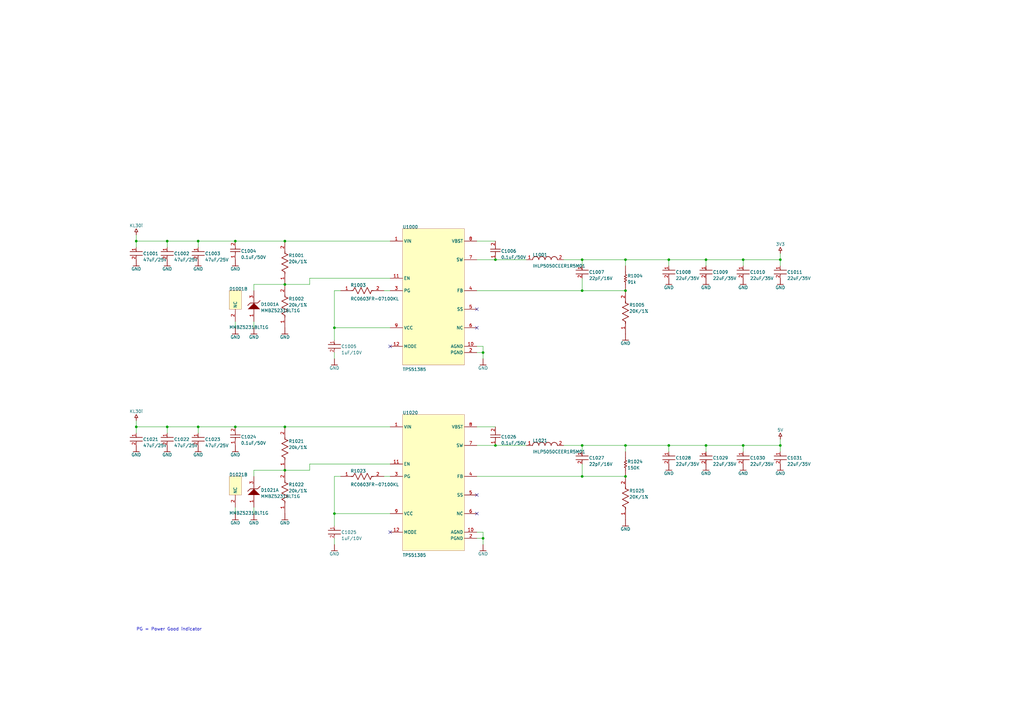
<source format=kicad_sch>
(kicad_sch (version 20231120) (generator "eeschema") (generator_version "8.0")
  (paper "A3")
  (junction (at 198.12 220.8022))
  (junction (at 81.28 98.8822))
  (junction (at 116.84 175.0822))
  (junction (at 238.76 182.7022))
  (junction (at 116.84 192.8622))
  (junction (at 203.2 182.7022))
  (junction (at 289.56 106.5022))
  (junction (at 320.04 182.7022))
  (junction (at 116.84 116.6622))
  (junction (at 96.52 175.0822))
  (junction (at 256.54 119.2022))
  (junction (at 256.54 182.7022))
  (junction (at 256.54 106.5022))
  (junction (at 137.16 210.6422))
  (junction (at 203.2 106.5022))
  (junction (at 238.76 195.4022))
  (junction (at 238.76 106.5022))
  (junction (at 137.16 134.4422))
  (junction (at 198.12 144.6022))
  (junction (at 289.56 182.7022))
  (junction (at 55.88 98.8822))
  (junction (at 304.8 106.5022))
  (junction (at 81.28 175.0822))
  (junction (at 238.76 119.2022))
  (junction (at 96.52 98.8822))
  (junction (at 68.58 175.0822))
  (junction (at 320.04 106.5022))
  (junction (at 116.84 98.8822))
  (junction (at 304.8 182.7022))
  (junction (at 274.32 106.5022))
  (junction (at 274.32 182.7022))
  (junction (at 55.88 175.0822))
  (junction (at 256.54 195.4022))
  (junction (at 68.58 98.8822))
  (no_connect (at 195.58 210.6422))
  (no_connect (at 160.02 142.0622))
  (no_connect (at 195.58 203.0222))
  (no_connect (at 160.02 218.2622))
  (no_connect (at 195.58 126.8222))
  (no_connect (at 195.58 134.4422))
  (wire (pts (xy 289.56 182.7022) (xy 304.8 182.7022)))
  (wire (pts (xy 320.04 109.0422) (xy 320.04 106.5022)))
  (wire (pts (xy 203.2 106.5022) (xy 195.58 106.5022)))
  (wire (pts (xy 81.28 98.8822) (xy 96.52 98.8822)))
  (wire (pts (xy 256.54 109.0422) (xy 256.54 106.5022)))
  (wire (pts (xy 215.9 106.5022) (xy 203.2 106.5022)))
  (wire (pts (xy 96.52 134.4422) (xy 96.52 131.9022)))
  (wire (pts (xy 68.58 177.6222) (xy 68.58 175.0822)))
  (wire (pts (xy 256.54 106.5022) (xy 274.32 106.5022)))
  (wire (pts (xy 137.16 223.3422) (xy 137.16 220.8022)))
  (wire (pts (xy 81.28 175.0822) (xy 96.52 175.0822)))
  (wire (pts (xy 68.58 175.0822) (xy 81.28 175.0822)))
  (wire (pts (xy 96.52 98.8822) (xy 116.84 98.8822)))
  (wire (pts (xy 238.76 114.1222) (xy 238.76 119.2022)))
  (wire (pts (xy 104.14 119.2022) (xy 104.14 116.6622)))
  (wire (pts (xy 215.9 182.7022) (xy 203.2 182.7022)))
  (wire (pts (xy 238.76 109.0422) (xy 238.76 106.5022)))
  (wire (pts (xy 68.58 98.8822) (xy 81.28 98.8822)))
  (wire (pts (xy 304.8 106.5022) (xy 320.04 106.5022)))
  (wire (pts (xy 116.84 98.8822) (xy 160.02 98.8822)))
  (wire (pts (xy 127 192.8622) (xy 127 190.3222)))
  (wire (pts (xy 256.54 185.2422) (xy 256.54 182.7022)))
  (wire (pts (xy 256.54 182.7022) (xy 274.32 182.7022)))
  (wire (pts (xy 195.58 220.8022) (xy 198.12 220.8022)))
  (wire (pts (xy 137.16 215.7222) (xy 137.16 210.6422)))
  (wire (pts (xy 304.8 182.7022) (xy 320.04 182.7022)))
  (wire (pts (xy 320.04 185.2422) (xy 320.04 182.7022)))
  (wire (pts (xy 320.04 106.5022) (xy 320.04 103.9622)))
  (wire (pts (xy 55.88 175.0822) (xy 68.58 175.0822)))
  (wire (pts (xy 116.84 192.8622) (xy 127 192.8622)))
  (wire (pts (xy 238.76 182.7022) (xy 256.54 182.7022)))
  (wire (pts (xy 55.88 177.6222) (xy 55.88 175.0822)))
  (wire (pts (xy 127 190.3222) (xy 160.02 190.3222)))
  (wire (pts (xy 238.76 119.2022) (xy 256.54 119.2022)))
  (wire (pts (xy 104.14 134.4422) (xy 104.14 131.9022)))
  (wire (pts (xy 104.14 116.6622) (xy 116.84 116.6622)))
  (wire (pts (xy 137.16 139.5222) (xy 137.16 134.4422)))
  (wire (pts (xy 137.16 119.2022) (xy 137.16 134.4422)))
  (wire (pts (xy 137.16 210.6422) (xy 160.02 210.6422)))
  (wire (pts (xy 137.16 147.1422) (xy 137.16 144.6022)))
  (wire (pts (xy 55.88 101.4222) (xy 55.88 98.8822)))
  (wire (pts (xy 116.84 175.0822) (xy 160.02 175.0822)))
  (wire (pts (xy 195.58 98.8822) (xy 203.2 98.8822)))
  (wire (pts (xy 127 114.1222) (xy 160.02 114.1222)))
  (wire (pts (xy 198.12 223.3422) (xy 198.12 220.8022)))
  (wire (pts (xy 195.58 175.0822) (xy 203.2 175.0822)))
  (wire (pts (xy 238.76 106.5022) (xy 256.54 106.5022)))
  (wire (pts (xy 104.14 192.8622) (xy 116.84 192.8622)))
  (wire (pts (xy 137.16 134.4422) (xy 160.02 134.4422)))
  (wire (pts (xy 320.04 182.7022) (xy 320.04 180.1622)))
  (wire (pts (xy 198.12 142.0622) (xy 195.58 142.0622)))
  (wire (pts (xy 160.02 119.2022) (xy 157.48 119.2022)))
  (wire (pts (xy 116.84 116.6622) (xy 127 116.6622)))
  (wire (pts (xy 55.88 98.8822) (xy 68.58 98.8822)))
  (wire (pts (xy 304.8 109.0422) (xy 304.8 106.5022)))
  (wire (pts (xy 238.76 185.2422) (xy 238.76 182.7022)))
  (wire (pts (xy 55.88 172.5422) (xy 55.88 175.0822)))
  (wire (pts (xy 289.56 185.2422) (xy 289.56 182.7022)))
  (wire (pts (xy 198.12 218.2622) (xy 195.58 218.2622)))
  (wire (pts (xy 104.14 210.6422) (xy 104.14 208.1022)))
  (wire (pts (xy 198.12 147.1422) (xy 198.12 144.6022)))
  (wire (pts (xy 81.28 101.4222) (xy 81.28 98.8822)))
  (wire (pts (xy 195.58 144.6022) (xy 198.12 144.6022)))
  (wire (pts (xy 203.2 182.7022) (xy 195.58 182.7022)))
  (wire (pts (xy 127 116.6622) (xy 127 114.1222)))
  (wire (pts (xy 274.32 182.7022) (xy 289.56 182.7022)))
  (wire (pts (xy 304.8 185.2422) (xy 304.8 182.7022)))
  (wire (pts (xy 81.28 177.6222) (xy 81.28 175.0822)))
  (wire (pts (xy 231.14 182.7022) (xy 238.76 182.7022)))
  (wire (pts (xy 274.32 109.0422) (xy 274.32 106.5022)))
  (wire (pts (xy 195.58 195.4022) (xy 238.76 195.4022)))
  (wire (pts (xy 195.58 119.2022) (xy 238.76 119.2022)))
  (wire (pts (xy 137.16 195.4022) (xy 139.7 195.4022)))
  (wire (pts (xy 96.52 175.0822) (xy 116.84 175.0822)))
  (wire (pts (xy 104.14 195.4022) (xy 104.14 192.8622)))
  (wire (pts (xy 68.58 101.4222) (xy 68.58 98.8822)))
  (wire (pts (xy 198.12 220.8022) (xy 198.12 218.2622)))
  (wire (pts (xy 55.88 96.3422) (xy 55.88 98.8822)))
  (wire (pts (xy 274.32 106.5022) (xy 289.56 106.5022)))
  (wire (pts (xy 137.16 210.6422) (xy 137.16 195.4022)))
  (wire (pts (xy 274.32 185.2422) (xy 274.32 182.7022)))
  (wire (pts (xy 289.56 106.5022) (xy 304.8 106.5022)))
  (wire (pts (xy 231.14 106.5022) (xy 238.76 106.5022)))
  (wire (pts (xy 238.76 195.4022) (xy 256.54 195.4022)))
  (wire (pts (xy 289.56 109.0422) (xy 289.56 106.5022)))
  (wire (pts (xy 139.7 119.2022) (xy 137.16 119.2022)))
  (wire (pts (xy 96.52 210.6422) (xy 96.52 208.1022)))
  (wire (pts (xy 238.76 190.3222) (xy 238.76 195.4022)))
  (wire (pts (xy 198.12 144.6022) (xy 198.12 142.0622)))
  (wire (pts (xy 157.48 195.4022) (xy 160.02 195.4022)))
  (text "PG = Power Good indicator" (at 55.88 258.9022 0) (effects (font (size 1.27 1.27)) (justify left bottom)))
  (symbol (lib_id "Speedometer_Tech-altium-import:Designator_0_11868f565c42a9108669ba33697ecf6") (at 304.8 185.2422 0) (unit 1)
    (property "Reference" "C1030" (at 307.594 188.5442 0) (effects (justify left bottom)))
    (property "Value" "22uF/35V" (at 307.594 191.0842 0) (effects (justify left bottom)))
    (property "Footprint" "FP-C3216-160-0_2-IPC_B" (effects (hide yes)))
    (property "Description" "Multilayer Ceramic Capacitors 22uF ±20% 35V X5R SMD 1206\r\nC3216X5R1V226M160AC" (effects (hide yes)))
    (property "MOUNT" "Surface Mount" (effects (hide yes)))
    (property "VOLTAGE RATING" "35V" (effects (hide yes)))
    (property "LENGTH" "3.2mm" (effects (hide yes)))
    (property "CASE/PACKAGE" "1206" (effects (hide yes)))
    (property "WIDTH" "0.063inch" (effects (hide yes)))
    (property "DIELECTRIC MATERIAL" "Ceramic" (effects (hide yes)))
    (property "SERIES" "C" (effects (hide yes)))
    (property "VOLTAGE RATING (DC)" "35V" (effects (hide yes)))
    (property "CONSTRUCTION" "Flat" (effects (hide yes)))
    (property "TOLERANCE" "20%" (effects (hide yes)))
    (property "DIELECTRIC" "X5R" (effects (hide yes)))
    (property "VOLTAGE" "35V" (effects (hide yes)))
    (property "MIN OPERATING TEMPERATURE" "-55°C" (effects (hide yes)))
    (property "CASE CODE (METRIC)" "3216" (effects (hide yes)))
    (property "TERMINATION" "SMD/SMT" (effects (hide yes)))
    (property "CAPACITANCE" "22uF" (effects (hide yes)))
    (property "RESISTOR TYPE" "Ceramic" (effects (hide yes)))
    (property "ROHS COMPLIANT" "Yes" (effects (hide yes)))
    (property "HEIGHT" "1.6mm" (effects (hide yes)))
    (property "DEPTH" "1.6mm" (effects (hide yes)))
    (property "RADIATION HARDENING" "No" (effects (hide yes)))
    (property "PACKAGE QUANTITY" "2000" (effects (hide yes)))
    (property "REACH SVHC" "No SVHC" (effects (hide yes)))
    (property "CASE CODE (IMPERIAL)" "1206" (effects (hide yes)))
    (property "WEIGHT" "0.000571oz" (effects (hide yes)))
    (property "MAX OPERATING TEMPERATURE" "85°C" (effects (hide yes)))
    (property "PACKAGING" "Tape and Reel" (effects (hide yes)))
    (property "THICKNESS" "1.6mm" (effects (hide yes)))
    (property "LEAD FREE" "Lead Free" (effects (hide yes)))
  )
  (symbol (lib_id "Speedometer_Tech-altium-import:Designator_0_1029c3af85768c4190bb7ad29bc67b5") (at 139.7 195.4022 0) (unit 1)
    (property "Reference" "R1023" (at 143.764 193.8782 0) (effects (justify left bottom)))
    (property "Value" "RC0603FR-07100KL" (at 143.764 199.4662 0) (effects (justify left bottom)))
    (property "Footprint" "FP-RC0603-0_55-MFG" (effects (hide yes)))
    (property "Description" "RES SMD 100K OHM 1% 1/10W 0603" (effects (hide yes)))
    (property "LENGTH" "1.6mm" (effects (hide yes)))
    (property "LEAD FREE" "Lead Free" (effects (hide yes)))
    (property "NUMBER OF TERMINATIONS" "2" (effects (hide yes)))
    (property "VOLTAGE RATING (DC)" "50V" (effects (hide yes)))
    (property "PACKAGING" "Tape and Reel" (effects (hide yes)))
    (property "VOLTAGE RATING" "50V" (effects (hide yes)))
    (property "TERMINATION" "SMD/SMT" (effects (hide yes)))
    (property "WIDTH" "0.8mm" (effects (hide yes)))
    (property "RESISTANCE" "100kR" (effects (hide yes)))
    (property "RESISTOR TYPE" "Thick Film" (effects (hide yes)))
    (property "MAX POWER DISSIPATION" "100mW" (effects (hide yes)))
    (property "RESISTANCE TOLERANCE" "1%" (effects (hide yes)))
    (property "FEATURES" "Moisture Resistant" (effects (hide yes)))
    (property "HEIGHT" "0.45mm" (effects (hide yes)))
    (property "CONSTRUCTION" "Rectangular" (effects (hide yes)))
    (property "CASE/PACKAGE" "0603" (effects (hide yes)))
    (property "MILITARY STANDARD" "Not" (effects (hide yes)))
    (property "CASE CODE (IMPERIAL)" "0603" (effects (hide yes)))
    (property "TEMPERATURE COEFFICIENT" "100ppm/°C" (effects (hide yes)))
    (property "SERIES" "RC" (effects (hide yes)))
    (property "TECHNOLOGY" "THICK FILM" (effects (hide yes)))
    (property "DEPTH" "0.8mm" (effects (hide yes)))
    (property "ROHS COMPLIANT" "Yes" (effects (hide yes)))
    (property "WORKING VOLTAGE" "75V" (effects (hide yes)))
    (property "REACH SVHC" "No SVHC" (effects (hide yes)))
    (property "MIN OPERATING TEMPERATURE" "-55°C" (effects (hide yes)))
    (property "CASE CODE (METRIC)" "1608" (effects (hide yes)))
    (property "MAX OPERATING TEMPERATURE" "155°C" (effects (hide yes)))
    (property "POWER RATING" "100mW" (effects (hide yes)))
    (property "NUMBER OF PINS" "2" (effects (hide yes)))
    (property "TOLERANCE" "1%" (effects (hide yes)))
  )
  (symbol (lib_id "Speedometer_Tech-altium-import:GND_BAR") (at 55.88 106.5022 0) (unit 1)
    (property "Reference" "#PWR?" (effects (hide yes)))
    (property "Value" "GND" (at 55.88 110.3122 0))
  )
  (symbol (lib_id "Speedometer_Tech-altium-import:GND_BAR") (at 55.88 182.7022 0) (unit 1)
    (property "Reference" "#PWR?" (effects (hide yes)))
    (property "Value" "GND" (at 55.88 186.5122 0))
  )
  (symbol (lib_id "Speedometer_Tech-altium-import:GND_BAR") (at 289.56 190.3222 0) (unit 1)
    (property "Reference" "#PWR?" (effects (hide yes)))
    (property "Value" "GND" (at 289.56 194.1322 0))
  )
  (symbol (lib_id "Speedometer_Tech-altium-import:GND_BAR") (at 104.14 134.4422 0) (unit 1)
    (property "Reference" "#PWR?" (effects (hide yes)))
    (property "Value" "GND" (at 104.14 138.2522 0))
  )
  (symbol (lib_id "Speedometer_Tech-altium-import:GND_BAR") (at 198.12 147.1422 0) (unit 1)
    (property "Reference" "#PWR?" (effects (hide yes)))
    (property "Value" "GND" (at 198.12 150.9522 0))
  )
  (symbol (lib_id "Speedometer_Tech-altium-import:Designator_1_1029c3af85768c4190bb7ad29bc67b5") (at 256.54 136.9822 0) (unit 1)
    (property "Reference" "R1005" (at 258.064 125.8062 0) (effects (justify left bottom)))
    (property "Value" "20K/1%" (at 258.064 128.3462 0) (effects (justify left bottom)))
    (property "Footprint" "FP-RC0603-0_55-IPC_C" (effects (hide yes)))
    (property "Description" "RES 20K OHM 1% 1/10W 0603\r\nRC0603FR-0720KL" (effects (hide yes)))
    (property "VOLTAGE RATING" "50V" (effects (hide yes)))
    (property "HEIGHT" "0.022inch" (effects (hide yes)))
    (property "REACH SVHC" "No SVHC" (effects (hide yes)))
    (property "CASE CODE (METRIC)" "1608" (effects (hide yes)))
    (property "DEPTH" "0.8mm" (effects (hide yes)))
    (property "TOLERANCE" "1%" (effects (hide yes)))
    (property "MIN OPERATING TEMPERATURE" "-55°C" (effects (hide yes)))
    (property "TEMPERATURE COEFFICIENT" "100ppm/°C" (effects (hide yes)))
    (property "SERIES" "RC" (effects (hide yes)))
    (property "POWER RATING" "100mW" (effects (hide yes)))
    (property "ROHS COMPLIANT" "Yes" (effects (hide yes)))
    (property "RESISTOR TYPE" "Thick Film" (effects (hide yes)))
    (property "MAX POWER DISSIPATION" "100mW" (effects (hide yes)))
    (property "FEATURES" "Moisture Resistant" (effects (hide yes)))
    (property "MAX OPERATING TEMPERATURE" "155°C" (effects (hide yes)))
    (property "PACKAGE QUANTITY" "1" (effects (hide yes)))
    (property "SIZE CODE" "0603" (effects (hide yes)))
    (property "PACKAGING" "Tape and Reel" (effects (hide yes)))
    (property "WIDTH" "0.031inch" (effects (hide yes)))
    (property "LENGTH" "0.063inch" (effects (hide yes)))
    (property "MILITARY STANDARD" "Not" (effects (hide yes)))
    (property "TECHNOLOGY" "THICK FILM" (effects (hide yes)))
    (property "NUMBER OF TERMINATIONS" "2" (effects (hide yes)))
    (property "TERMINATION" "SMD/SMT" (effects (hide yes)))
    (property "RESISTANCE" "20kR" (effects (hide yes)))
    (property "CONSTRUCTION" "Rectangular" (effects (hide yes)))
    (property "CASE/PACKAGE" "0603" (effects (hide yes)))
    (property "NUMBER OF PINS" "2" (effects (hide yes)))
    (property "LEAD FREE" "Lead Free" (effects (hide yes)))
    (property "VOLTAGE RATING (DC)" "50V" (effects (hide yes)))
    (property "RESISTANCE TOLERANCE" "1%" (effects (hide yes)))
    (property "CASE CODE (IMPERIAL)" "0603" (effects (hide yes)))
  )
  (symbol (lib_id "Speedometer_Tech-altium-import:Designator_1_CAP-NP-2") (at 96.52 106.5022 0) (unit 1)
    (property "Reference" "C1004" (at 98.806 103.7082 0) (effects (justify left bottom)))
    (property "Value" "0.1uF/50V" (at 98.806 106.2482 0) (effects (justify left bottom)))
    (property "Footprint" "CAPC2013X135X45ML10T25" (effects (hide yes)))
    (property "Description" "Chip Capacitor, 0.1 uF, +/- 10%, 50 V, -55 to 125 degC, 0805 (2012 Metric), RoHS, Tape and Reel\r\nGRM21BR71H104KA01L" (effects (hide yes)))
    (property "PACKAGE DESCRIPTION" "2-Pin Surface Mount Device, Body 2 x 1.25 mm" (effects (hide yes)))
    (property "MANUFACTURER URL" "http://www.murata.com/" (effects (hide yes)))
    (property "CASE CODE (IMPERIAL)" "0805" (effects (hide yes)))
    (property "VOLTAGE" "50V" (effects (hide yes)))
    (property "CAPACITANCE" "100nF" (effects (hide yes)))
    (property "DATASHEET URL" "http://psearch.en.murata.com/capacitor/product/GRM21BR71H104KA01%23.pdf" (effects (hide yes)))
    (property "TERMINATION" "SMD/SMT" (effects (hide yes)))
    (property "LEAD FREE" "LeadFree" (effects (hide yes)))
    (property "PACKAGE QUANTITY" "1" (effects (hide yes)))
    (property "MOUNT" "SurfaceMount" (effects (hide yes)))
    (property "INSULATION RESISTANCE" "10GR" (effects (hide yes)))
    (property "REACH SVHC" "Unknown" (effects (hide yes)))
    (property "THICKNESS" "0.053inch" (effects (hide yes)))
    (property "HEIGHT" "1.25mm" (effects (hide yes)))
    (property "CASE/PACKAGE" "0805" (effects (hide yes)))
    (property "VOLTAGE RATING" "50V" (effects (hide yes)))
    (property "DIELECTRIC MATERIAL" "Ceramic" (effects (hide yes)))
    (property "WIDTH" "0.049inch" (effects (hide yes)))
    (property "CASE CODE (METRIC)" "2012" (effects (hide yes)))
    (property "MATERIAL" "Ceramic" (effects (hide yes)))
    (property "MIN OPERATING TEMPERATURE" "-55degC" (effects (hide yes)))
    (property "ROHSCOMPLIANT" "true" (effects (hide yes)))
    (property "DATASHEET VERSION" "42675.0" (effects (hide yes)))
    (property "VOLTAGE RATING (DC)" "50V" (effects (hide yes)))
    (property "TOLERANCE" "10%" (effects (hide yes)))
    (property "DIELECTRIC" "X7R" (effects (hide yes)))
    (property "PACKAGE REFERENCE" "0805" (effects (hide yes)))
    (property "DEPTH" "1.25mm" (effects (hide yes)))
    (property "LENGTH" "2mm" (effects (hide yes)))
    (property "MAX OPERATING TEMPERATURE" "125degC" (effects (hide yes)))
    (property "PACKAGING" "TapeandReel" (effects (hide yes)))
    (property "NUMBER OF PINS" "2" (effects (hide yes)))
    (property "MANUFACTURER" "Murata" (effects (hide yes)))
    (property "RADIATION HARDENING" "No" (effects (hide yes)))
  )
  (symbol (lib_id "Speedometer_Tech-altium-import:Designator_0_11868f565c42a9108669ba33697ecf6") (at 81.28 101.4222 0) (unit 1)
    (property "Reference" "C1003" (at 84.074 104.7242 0) (effects (justify left bottom)))
    (property "Value" "47uF/25V" (at 84.074 107.2642 0) (effects (justify left bottom)))
    (property "Footprint" "FP-C3216-160-0_2-MFG" (effects (hide yes)))
    (property "Description" "Multilayer Ceramic Capacitors 47uF ±20% 25V X5R SMD 1206\r\nC3216X5R1E476M160AC" (effects (hide yes)))
    (property "WEIGHT" "0.000571oz" (effects (hide yes)))
    (property "DIELECTRIC" "X5R" (effects (hide yes)))
    (property "LENGTH" "0.126inch" (effects (hide yes)))
    (property "VOLTAGE RATING" "25V" (effects (hide yes)))
    (property "CASE/PACKAGE" "1206" (effects (hide yes)))
    (property "DIELECTRIC MATERIAL" "Ceramic" (effects (hide yes)))
    (property "MIN OPERATING TEMPERATURE" "-55°C" (effects (hide yes)))
    (property "LEAD FREE" "Lead Free" (effects (hide yes)))
    (property "PACKAGING" "Tape and Reel" (effects (hide yes)))
    (property "PACKAGE QUANTITY" "1" (effects (hide yes)))
    (property "MOUNT" "Surface Mount" (effects (hide yes)))
    (property "DEPTH" "1.6mm" (effects (hide yes)))
    (property "REACH SVHC" "No SVHC" (effects (hide yes)))
    (property "TERMINATION" "SMD/SMT" (effects (hide yes)))
    (property "CASE CODE (IMPERIAL)" "1206" (effects (hide yes)))
    (property "SERIES" "C" (effects (hide yes)))
    (property "RESISTOR TYPE" "Ceramic" (effects (hide yes)))
    (property "VOLTAGE" "25V" (effects (hide yes)))
    (property "WIDTH" "0.063inch" (effects (hide yes)))
    (property "HEIGHT" "1.6mm" (effects (hide yes)))
    (property "TOLERANCE" "20%" (effects (hide yes)))
    (property "CAPACITANCE" "47uF" (effects (hide yes)))
    (property "MAX OPERATING TEMPERATURE" "85°C" (effects (hide yes)))
    (property "VOLTAGE RATING (DC)" "25V" (effects (hide yes)))
    (property "ROHS COMPLIANT" "Yes" (effects (hide yes)))
    (property "THICKNESS" "0.071inch" (effects (hide yes)))
    (property "CASE CODE (METRIC)" "3216" (effects (hide yes)))
  )
  (symbol (lib_id "Speedometer_Tech-altium-import:Designator_0_11868f565c42a9108669ba33697ecf6") (at 320.04 185.2422 0) (unit 1)
    (property "Reference" "C1031" (at 322.834 188.5442 0) (effects (justify left bottom)))
    (property "Value" "22uF/35V" (at 322.834 191.0842 0) (effects (justify left bottom)))
    (property "Footprint" "FP-C3216-160-0_2-IPC_B" (effects (hide yes)))
    (property "Description" "Multilayer Ceramic Capacitors 22uF ±20% 35V X5R SMD 1206\r\nC3216X5R1V226M160AC" (effects (hide yes)))
    (property "MOUNT" "Surface Mount" (effects (hide yes)))
    (property "VOLTAGE RATING" "35V" (effects (hide yes)))
    (property "LENGTH" "3.2mm" (effects (hide yes)))
    (property "CASE/PACKAGE" "1206" (effects (hide yes)))
    (property "WIDTH" "0.063inch" (effects (hide yes)))
    (property "DIELECTRIC MATERIAL" "Ceramic" (effects (hide yes)))
    (property "SERIES" "C" (effects (hide yes)))
    (property "VOLTAGE RATING (DC)" "35V" (effects (hide yes)))
    (property "CONSTRUCTION" "Flat" (effects (hide yes)))
    (property "TOLERANCE" "20%" (effects (hide yes)))
    (property "DIELECTRIC" "X5R" (effects (hide yes)))
    (property "VOLTAGE" "35V" (effects (hide yes)))
    (property "MIN OPERATING TEMPERATURE" "-55°C" (effects (hide yes)))
    (property "CASE CODE (METRIC)" "3216" (effects (hide yes)))
    (property "TERMINATION" "SMD/SMT" (effects (hide yes)))
    (property "CAPACITANCE" "22uF" (effects (hide yes)))
    (property "RESISTOR TYPE" "Ceramic" (effects (hide yes)))
    (property "ROHS COMPLIANT" "Yes" (effects (hide yes)))
    (property "HEIGHT" "1.6mm" (effects (hide yes)))
    (property "DEPTH" "1.6mm" (effects (hide yes)))
    (property "RADIATION HARDENING" "No" (effects (hide yes)))
    (property "PACKAGE QUANTITY" "2000" (effects (hide yes)))
    (property "REACH SVHC" "No SVHC" (effects (hide yes)))
    (property "CASE CODE (IMPERIAL)" "1206" (effects (hide yes)))
    (property "WEIGHT" "0.000571oz" (effects (hide yes)))
    (property "MAX OPERATING TEMPERATURE" "85°C" (effects (hide yes)))
    (property "PACKAGING" "Tape and Reel" (effects (hide yes)))
    (property "THICKNESS" "1.6mm" (effects (hide yes)))
    (property "LEAD FREE" "Lead Free" (effects (hide yes)))
  )
  (symbol (lib_id "Speedometer_Tech-altium-import:GND_BAR") (at 104.14 210.6422 0) (unit 1)
    (property "Reference" "#PWR?" (effects (hide yes)))
    (property "Value" "GND" (at 104.14 214.4522 0))
  )
  (symbol (lib_id "Speedometer_Tech-altium-import:Designator_1_1029c3af85768c4190bb7ad29bc67b5") (at 116.84 210.6422 0) (unit 1)
    (property "Reference" "R1022" (at 118.364 199.4662 0) (effects (justify left bottom)))
    (property "Value" "20k/1%" (at 118.364 202.0062 0) (effects (justify left bottom)))
    (property "Footprint" "FP-RC0603-0_55-IPC_C" (effects (hide yes)))
    (property "Description" "RES 20K OHM 1% 1/10W 0603\r\nRC0603FR-0720KL" (effects (hide yes)))
    (property "VOLTAGE RATING" "50V" (effects (hide yes)))
    (property "HEIGHT" "0.022inch" (effects (hide yes)))
    (property "REACH SVHC" "No SVHC" (effects (hide yes)))
    (property "CASE CODE (METRIC)" "1608" (effects (hide yes)))
    (property "DEPTH" "0.8mm" (effects (hide yes)))
    (property "TOLERANCE" "1%" (effects (hide yes)))
    (property "MIN OPERATING TEMPERATURE" "-55°C" (effects (hide yes)))
    (property "TEMPERATURE COEFFICIENT" "100ppm/°C" (effects (hide yes)))
    (property "SERIES" "RC" (effects (hide yes)))
    (property "POWER RATING" "100mW" (effects (hide yes)))
    (property "ROHS COMPLIANT" "Yes" (effects (hide yes)))
    (property "RESISTOR TYPE" "Thick Film" (effects (hide yes)))
    (property "MAX POWER DISSIPATION" "100mW" (effects (hide yes)))
    (property "FEATURES" "Moisture Resistant" (effects (hide yes)))
    (property "MAX OPERATING TEMPERATURE" "155°C" (effects (hide yes)))
    (property "PACKAGE QUANTITY" "1" (effects (hide yes)))
    (property "SIZE CODE" "0603" (effects (hide yes)))
    (property "PACKAGING" "Tape and Reel" (effects (hide yes)))
    (property "WIDTH" "0.031inch" (effects (hide yes)))
    (property "LENGTH" "0.063inch" (effects (hide yes)))
    (property "MILITARY STANDARD" "Not" (effects (hide yes)))
    (property "TECHNOLOGY" "THICK FILM" (effects (hide yes)))
    (property "NUMBER OF TERMINATIONS" "2" (effects (hide yes)))
    (property "TERMINATION" "SMD/SMT" (effects (hide yes)))
    (property "RESISTANCE" "20kR" (effects (hide yes)))
    (property "CONSTRUCTION" "Rectangular" (effects (hide yes)))
    (property "CASE/PACKAGE" "0603" (effects (hide yes)))
    (property "NUMBER OF PINS" "2" (effects (hide yes)))
    (property "LEAD FREE" "Lead Free" (effects (hide yes)))
    (property "VOLTAGE RATING (DC)" "50V" (effects (hide yes)))
    (property "RESISTANCE TOLERANCE" "1%" (effects (hide yes)))
    (property "CASE CODE (IMPERIAL)" "0603" (effects (hide yes)))
  )
  (symbol (lib_id "Speedometer_Tech-altium-import:3V3_ARROW") (at 320.04 103.9622 180) (unit 1)
    (property "Reference" "#PWR?" (effects (hide yes)))
    (property "Value" "3V3" (at 320.04 100.1522 0))
  )
  (symbol (lib_id "Speedometer_Tech-altium-import:Designator_0_11868f565c42a9108669ba33697ecf6") (at 81.28 177.6222 0) (unit 1)
    (property "Reference" "C1023" (at 84.074 180.9242 0) (effects (justify left bottom)))
    (property "Value" "47uF/25V" (at 84.074 183.4642 0) (effects (justify left bottom)))
    (property "Footprint" "FP-C3216-160-0_2-MFG" (effects (hide yes)))
    (property "Description" "Multilayer Ceramic Capacitors 47uF ±20% 25V X5R SMD 1206\r\nC3216X5R1E476M160AC" (effects (hide yes)))
    (property "WEIGHT" "0.000571oz" (effects (hide yes)))
    (property "DIELECTRIC" "X5R" (effects (hide yes)))
    (property "LENGTH" "0.126inch" (effects (hide yes)))
    (property "VOLTAGE RATING" "25V" (effects (hide yes)))
    (property "CASE/PACKAGE" "1206" (effects (hide yes)))
    (property "DIELECTRIC MATERIAL" "Ceramic" (effects (hide yes)))
    (property "MIN OPERATING TEMPERATURE" "-55°C" (effects (hide yes)))
    (property "LEAD FREE" "Lead Free" (effects (hide yes)))
    (property "PACKAGING" "Tape and Reel" (effects (hide yes)))
    (property "PACKAGE QUANTITY" "1" (effects (hide yes)))
    (property "MOUNT" "Surface Mount" (effects (hide yes)))
    (property "DEPTH" "1.6mm" (effects (hide yes)))
    (property "REACH SVHC" "No SVHC" (effects (hide yes)))
    (property "TERMINATION" "SMD/SMT" (effects (hide yes)))
    (property "CASE CODE (IMPERIAL)" "1206" (effects (hide yes)))
    (property "SERIES" "C" (effects (hide yes)))
    (property "RESISTOR TYPE" "Ceramic" (effects (hide yes)))
    (property "VOLTAGE" "25V" (effects (hide yes)))
    (property "WIDTH" "0.063inch" (effects (hide yes)))
    (property "HEIGHT" "1.6mm" (effects (hide yes)))
    (property "TOLERANCE" "20%" (effects (hide yes)))
    (property "CAPACITANCE" "47uF" (effects (hide yes)))
    (property "MAX OPERATING TEMPERATURE" "85°C" (effects (hide yes)))
    (property "VOLTAGE RATING (DC)" "25V" (effects (hide yes)))
    (property "ROHS COMPLIANT" "Yes" (effects (hide yes)))
    (property "THICKNESS" "0.071inch" (effects (hide yes)))
    (property "CASE CODE (METRIC)" "3216" (effects (hide yes)))
  )
  (symbol (lib_id "Speedometer_Tech-altium-import:GND_BAR") (at 320.04 190.3222 0) (unit 1)
    (property "Reference" "#PWR?" (effects (hide yes)))
    (property "Value" "GND" (at 320.04 194.1322 0))
  )
  (symbol (lib_id "Speedometer_Tech-altium-import:Designator_0_11868f565c42a9108669ba33697ecf6") (at 289.56 185.2422 0) (unit 1)
    (property "Reference" "C1029" (at 292.354 188.5442 0) (effects (justify left bottom)))
    (property "Value" "22uF/35V" (at 292.354 191.0842 0) (effects (justify left bottom)))
    (property "Footprint" "FP-C3216-160-0_2-IPC_B" (effects (hide yes)))
    (property "Description" "Multilayer Ceramic Capacitors 22uF ±20% 35V X5R SMD 1206\r\nC3216X5R1V226M160AC" (effects (hide yes)))
    (property "MOUNT" "Surface Mount" (effects (hide yes)))
    (property "VOLTAGE RATING" "35V" (effects (hide yes)))
    (property "LENGTH" "3.2mm" (effects (hide yes)))
    (property "CASE/PACKAGE" "1206" (effects (hide yes)))
    (property "WIDTH" "0.063inch" (effects (hide yes)))
    (property "DIELECTRIC MATERIAL" "Ceramic" (effects (hide yes)))
    (property "SERIES" "C" (effects (hide yes)))
    (property "VOLTAGE RATING (DC)" "35V" (effects (hide yes)))
    (property "CONSTRUCTION" "Flat" (effects (hide yes)))
    (property "TOLERANCE" "20%" (effects (hide yes)))
    (property "DIELECTRIC" "X5R" (effects (hide yes)))
    (property "VOLTAGE" "35V" (effects (hide yes)))
    (property "MIN OPERATING TEMPERATURE" "-55°C" (effects (hide yes)))
    (property "CASE CODE (METRIC)" "3216" (effects (hide yes)))
    (property "TERMINATION" "SMD/SMT" (effects (hide yes)))
    (property "CAPACITANCE" "22uF" (effects (hide yes)))
    (property "RESISTOR TYPE" "Ceramic" (effects (hide yes)))
    (property "ROHS COMPLIANT" "Yes" (effects (hide yes)))
    (property "HEIGHT" "1.6mm" (effects (hide yes)))
    (property "DEPTH" "1.6mm" (effects (hide yes)))
    (property "RADIATION HARDENING" "No" (effects (hide yes)))
    (property "PACKAGE QUANTITY" "2000" (effects (hide yes)))
    (property "REACH SVHC" "No SVHC" (effects (hide yes)))
    (property "CASE CODE (IMPERIAL)" "1206" (effects (hide yes)))
    (property "WEIGHT" "0.000571oz" (effects (hide yes)))
    (property "MAX OPERATING TEMPERATURE" "85°C" (effects (hide yes)))
    (property "PACKAGING" "Tape and Reel" (effects (hide yes)))
    (property "THICKNESS" "1.6mm" (effects (hide yes)))
    (property "LEAD FREE" "Lead Free" (effects (hide yes)))
  )
  (symbol (lib_id "Speedometer_Tech-altium-import:Designator_0_b4654b650e69147ec39a6b967a45e02") (at 238.76 109.0422 0) (unit 1)
    (property "Reference" "C1007" (at 241.554 112.3442 0) (effects (justify left bottom)))
    (property "Value" "22pF/16V" (at 241.554 114.8842 0) (effects (justify left bottom)))
    (property "Footprint" "FP-C0603C-CF-MFG" (effects (hide yes)))
    (property "Description" "CAP CER 22PF 16V 10% NP0 0603\r\nC0603C220K4GACTU" (effects (hide yes)))
    (property "COMPONENTLINK2URL" "https://api.kemet.com/component-edge/download/datasheet/C0603C100J5GACAUTO.pdf" (effects (hide yes)))
    (property "MOUSER DESCRIPTION" "Multilayer Ceramic Capacitors MLCC - SMD/SMT 16volts 22pF C0G 10%" (effects (hide yes)))
    (property "PACKAGE" "C0603C-CF" (effects (hide yes)))
    (property "HEIGHT" "0.87mm" (effects (hide yes)))
    (property "TEMPERATURE CHARACTERISTIC" "C0G" (effects (hide yes)))
    (property "DEVICE CLASS L1" "Passive Components" (effects (hide yes)))
    (property "COMPONENTLINK2DESCRIPTION" "Datasheet" (effects (hide yes)))
    (property "DEVICE CLASS L3" "Ceramic Capacitors" (effects (hide yes)))
    (property "DEVICE CLASS L2" "Capacitors" (effects (hide yes)))
    (property "ALTIUM_VALUE" "22 pF" (effects (hide yes)))
    (property "TEMPERATURE COEFFICIENT" "30ppm/°C" (effects (hide yes)))
    (property "TEMPERATURE RANGE HIGH" "+125°C" (effects (hide yes)))
    (property "AUTOMOTIVE" "Yes" (effects (hide yes)))
    (property "TOLERANCE" "0.1" (effects (hide yes)))
    (property "DIGIKEY DESCRIPTION" "CAP CER 22PF 16V 10% NP0 0603" (effects (hide yes)))
    (property "MATERIAL" "Ceramic" (effects (hide yes)))
    (property "CATEGORY" "Cap" (effects (hide yes)))
    (property "AUTOMOTIVE GRADE" "Grade 1" (effects (hide yes)))
    (property "CAPACITANCE" "22 pF" (effects (hide yes)))
    (property "MANUFACTURER PART NUMBER" "C0603C220K4GACTU" (effects (hide yes)))
    (property "ROHS" "TRUE" (effects (hide yes)))
    (property "OCTOPART" "https://octopart.com/c0603c220k4gactu-kemet-17097913" (effects (hide yes)))
    (property "TEMPERATURE" "-55°C to +125°C" (effects (hide yes)))
    (property "MANUFACTURER" "KEMET" (effects (hide yes)))
    (property "LEAD FREE" "Yes" (effects (hide yes)))
    (property "TEMPERATURE RANGE LOW" "-55°C" (effects (hide yes)))
    (property "VOLTAGE RATING" "16 V" (effects (hide yes)))
  )
  (symbol (lib_id "Speedometer_Tech-altium-import:GND_BAR") (at 68.58 182.7022 0) (unit 1)
    (property "Reference" "#PWR?" (effects (hide yes)))
    (property "Value" "GND" (at 68.58 186.5122 0))
  )
  (symbol (lib_id "Speedometer_Tech-altium-import:Designator_1_CAP-NP-2") (at 203.2 182.7022 0) (unit 1)
    (property "Reference" "C1026" (at 205.486 179.9082 0) (effects (justify left bottom)))
    (property "Value" "0.1uF/50V" (at 205.486 182.4482 0) (effects (justify left bottom)))
    (property "Footprint" "CAPC2013X135X45ML10T25" (effects (hide yes)))
    (property "Description" "Chip Capacitor, 0.1 uF, +/- 10%, 50 V, -55 to 125 degC, 0805 (2012 Metric), RoHS, Tape and Reel\r\nGRM21BR71H104KA01L" (effects (hide yes)))
    (property "PACKAGE DESCRIPTION" "2-Pin Surface Mount Device, Body 2 x 1.25 mm" (effects (hide yes)))
    (property "MANUFACTURER URL" "http://www.murata.com/" (effects (hide yes)))
    (property "CASE CODE (IMPERIAL)" "0805" (effects (hide yes)))
    (property "VOLTAGE" "50V" (effects (hide yes)))
    (property "CAPACITANCE" "100nF" (effects (hide yes)))
    (property "DATASHEET URL" "http://psearch.en.murata.com/capacitor/product/GRM21BR71H104KA01%23.pdf" (effects (hide yes)))
    (property "TERMINATION" "SMD/SMT" (effects (hide yes)))
    (property "LEAD FREE" "LeadFree" (effects (hide yes)))
    (property "PACKAGE QUANTITY" "1" (effects (hide yes)))
    (property "MOUNT" "SurfaceMount" (effects (hide yes)))
    (property "INSULATION RESISTANCE" "10GR" (effects (hide yes)))
    (property "REACH SVHC" "Unknown" (effects (hide yes)))
    (property "THICKNESS" "0.053inch" (effects (hide yes)))
    (property "HEIGHT" "1.25mm" (effects (hide yes)))
    (property "CASE/PACKAGE" "0805" (effects (hide yes)))
    (property "VOLTAGE RATING" "50V" (effects (hide yes)))
    (property "DIELECTRIC MATERIAL" "Ceramic" (effects (hide yes)))
    (property "WIDTH" "0.049inch" (effects (hide yes)))
    (property "CASE CODE (METRIC)" "2012" (effects (hide yes)))
    (property "MATERIAL" "Ceramic" (effects (hide yes)))
    (property "MIN OPERATING TEMPERATURE" "-55degC" (effects (hide yes)))
    (property "ROHSCOMPLIANT" "true" (effects (hide yes)))
    (property "DATASHEET VERSION" "42675.0" (effects (hide yes)))
    (property "VOLTAGE RATING (DC)" "50V" (effects (hide yes)))
    (property "TOLERANCE" "10%" (effects (hide yes)))
    (property "DIELECTRIC" "X7R" (effects (hide yes)))
    (property "PACKAGE REFERENCE" "0805" (effects (hide yes)))
    (property "DEPTH" "1.25mm" (effects (hide yes)))
    (property "LENGTH" "2mm" (effects (hide yes)))
    (property "MAX OPERATING TEMPERATURE" "125degC" (effects (hide yes)))
    (property "PACKAGING" "TapeandReel" (effects (hide yes)))
    (property "NUMBER OF PINS" "2" (effects (hide yes)))
    (property "MANUFACTURER" "Murata" (effects (hide yes)))
    (property "RADIATION HARDENING" "No" (effects (hide yes)))
  )
  (symbol (lib_id "Speedometer_Tech-altium-import:KL30i_ARROW") (at 55.88 172.5422 180) (unit 1)
    (property "Reference" "#PWR?" (effects (hide yes)))
    (property "Value" "KL30i" (at 55.88 168.7322 0))
  )
  (symbol (lib_id "Speedometer_Tech-altium-import:Designator_3_ONSC-A1K3-3") (at 99.06 195.4022 0) (unit 2)
    (property "Reference" "D1021" (at 93.98 195.4022 0) (effects (justify left bottom)))
    (property "Value" "MMBZ5231BLT1G" (at 93.98 211.1502 0) (effects (justify left bottom)))
    (property "Footprint" "ONSC-SOT-23-3-318-08_V" (effects (hide yes)))
    (property "Description" "Zener Voltage Regulator, 225 mW, 3-Pin SOT-23, Pb-Free, Tape and Reel" (effects (hide yes)))
    (property "PACKING" "Tape and Reel" (effects (hide yes)))
    (property "VZ TYP (V)" "5.1" (effects (hide yes)))
    (property "MANUFACTURER" "On Semiconductor" (effects (hide yes)))
    (property "COMPONENTLINK1DESCRIPTION" "Manufacturer URL" (effects (hide yes)))
    (property "PARTNUMBER" "MMBZ5231BLT1G" (effects (hide yes)))
    (property "PACKAGEREFERENCE" "SOT-23-3-318-08" (effects (hide yes)))
    (property "COMPONENTLINK1URL" "http://www.onsemi.com/" (effects (hide yes)))
    (property "COMPONENTLINK3URL" "http://www.onsemi.cn/pub_link/Collateral/318-08.PDF" (effects (hide yes)))
    (property "MOUNTING TECHNOLOGY" "Surface Mount" (effects (hide yes)))
    (property "COMPONENTLINK2DESCRIPTION" "Datasheet" (effects (hide yes)))
    (property "DATASHEETVERSION" "Rev. 12" (effects (hide yes)))
    (property "COMPONENTLINK3DESCRIPTION" "Package Specification" (effects (hide yes)))
    (property "PACKAGEVERSION" "Rev. AP, 11/2009" (effects (hide yes)))
    (property "COMPONENTLINK2URL" "http://www.onsemi.cn/pub_link/Collateral/MMBZ5221BLT1-D.PDF" (effects (hide yes)))
    (property "ROHS" "Pb-Free" (effects (hide yes)))
    (property "PACKAGEDESCRIPTION" "3-Pin Small Outline Transistor, Body 2.92 x 1.3 mm, Pitch 0.95 mm" (effects (hide yes)))
  )
  (symbol (lib_id "Speedometer_Tech-altium-import:Designator_1_1029c3af85768c4190bb7ad29bc67b5") (at 116.84 192.8622 0) (unit 1)
    (property "Reference" "R1021" (at 118.364 181.6862 0) (effects (justify left bottom)))
    (property "Value" "20k/1%" (at 118.364 184.2262 0) (effects (justify left bottom)))
    (property "Footprint" "FP-RC0603-0_55-IPC_C" (effects (hide yes)))
    (property "Description" "RES 20K OHM 1% 1/10W 0603\r\nRC0603FR-0720KL" (effects (hide yes)))
    (property "VOLTAGE RATING" "50V" (effects (hide yes)))
    (property "HEIGHT" "0.022inch" (effects (hide yes)))
    (property "REACH SVHC" "No SVHC" (effects (hide yes)))
    (property "CASE CODE (METRIC)" "1608" (effects (hide yes)))
    (property "DEPTH" "0.8mm" (effects (hide yes)))
    (property "TOLERANCE" "1%" (effects (hide yes)))
    (property "MIN OPERATING TEMPERATURE" "-55°C" (effects (hide yes)))
    (property "TEMPERATURE COEFFICIENT" "100ppm/°C" (effects (hide yes)))
    (property "SERIES" "RC" (effects (hide yes)))
    (property "POWER RATING" "100mW" (effects (hide yes)))
    (property "ROHS COMPLIANT" "Yes" (effects (hide yes)))
    (property "RESISTOR TYPE" "Thick Film" (effects (hide yes)))
    (property "MAX POWER DISSIPATION" "100mW" (effects (hide yes)))
    (property "FEATURES" "Moisture Resistant" (effects (hide yes)))
    (property "MAX OPERATING TEMPERATURE" "155°C" (effects (hide yes)))
    (property "PACKAGE QUANTITY" "1" (effects (hide yes)))
    (property "SIZE CODE" "0603" (effects (hide yes)))
    (property "PACKAGING" "Tape and Reel" (effects (hide yes)))
    (property "WIDTH" "0.031inch" (effects (hide yes)))
    (property "LENGTH" "0.063inch" (effects (hide yes)))
    (property "MILITARY STANDARD" "Not" (effects (hide yes)))
    (property "TECHNOLOGY" "THICK FILM" (effects (hide yes)))
    (property "NUMBER OF TERMINATIONS" "2" (effects (hide yes)))
    (property "TERMINATION" "SMD/SMT" (effects (hide yes)))
    (property "RESISTANCE" "20kR" (effects (hide yes)))
    (property "CONSTRUCTION" "Rectangular" (effects (hide yes)))
    (property "CASE/PACKAGE" "0603" (effects (hide yes)))
    (property "NUMBER OF PINS" "2" (effects (hide yes)))
    (property "LEAD FREE" "Lead Free" (effects (hide yes)))
    (property "VOLTAGE RATING (DC)" "50V" (effects (hide yes)))
    (property "RESISTANCE TOLERANCE" "1%" (effects (hide yes)))
    (property "CASE CODE (IMPERIAL)" "0603" (effects (hide yes)))
  )
  (symbol (lib_id "Speedometer_Tech-altium-import:GND_BAR") (at 96.52 134.4422 0) (unit 1)
    (property "Reference" "#PWR?" (effects (hide yes)))
    (property "Value" "GND" (at 96.52 138.2522 0))
  )
  (symbol (lib_id "Speedometer_Tech-altium-import:Designator_0_IHLP5050CEER1R5M01") (at 215.9 106.5022 0) (unit 1)
    (property "Reference" "L1001" (at 218.44 105.2322 0) (effects (justify left bottom)))
    (property "Value" "IHLP5050CEER1R5M01" (at 218.44 109.8042 0) (effects (justify left bottom)))
    (property "Footprint" "IHLP5050CEER1R5M01" (effects (hide yes)))
    (property "Description" "Chip Inductor, 1.5 uH, +/- 20%\r\nIHLP5050CEER1R5M01" (effects (hide yes)))
  )
  (symbol (lib_id "Speedometer_Tech-altium-import:GND_BAR") (at 96.52 182.7022 0) (unit 1)
    (property "Reference" "#PWR?" (effects (hide yes)))
    (property "Value" "GND" (at 96.52 186.5122 0))
  )
  (symbol (lib_id "Speedometer_Tech-altium-import:GND_BAR") (at 304.8 190.3222 0) (unit 1)
    (property "Reference" "#PWR?" (effects (hide yes)))
    (property "Value" "GND" (at 304.8 194.1322 0))
  )
  (symbol (lib_id "Speedometer_Tech-altium-import:Designator_0_TPS51386") (at 165.1 98.8822 0) (unit 1)
    (property "Reference" "U1000" (at 165.1 93.8022 0) (effects (justify left bottom)))
    (property "Value" "TPS51385" (at 165.1 152.2222 0) (effects (justify left bottom)))
    (property "Footprint" "TPS51386" (effects (hide yes)))
    (property "Description" "8A Synchronous Buck Converter - TPS51386" (effects (hide yes)))
  )
  (symbol (lib_id "Speedometer_Tech-altium-import:Designator_0_11868f565c42a9108669ba33697ecf6") (at 68.58 101.4222 0) (unit 1)
    (property "Reference" "C1002" (at 71.374 104.7242 0) (effects (justify left bottom)))
    (property "Value" "47uF/25V" (at 71.374 107.2642 0) (effects (justify left bottom)))
    (property "Footprint" "FP-C3216-160-0_2-MFG" (effects (hide yes)))
    (property "Description" "Multilayer Ceramic Capacitors 47uF ±20% 25V X5R SMD 1206\r\nC3216X5R1E476M160AC" (effects (hide yes)))
    (property "WEIGHT" "0.000571oz" (effects (hide yes)))
    (property "DIELECTRIC" "X5R" (effects (hide yes)))
    (property "LENGTH" "0.126inch" (effects (hide yes)))
    (property "VOLTAGE RATING" "25V" (effects (hide yes)))
    (property "CASE/PACKAGE" "1206" (effects (hide yes)))
    (property "DIELECTRIC MATERIAL" "Ceramic" (effects (hide yes)))
    (property "MIN OPERATING TEMPERATURE" "-55°C" (effects (hide yes)))
    (property "LEAD FREE" "Lead Free" (effects (hide yes)))
    (property "PACKAGING" "Tape and Reel" (effects (hide yes)))
    (property "PACKAGE QUANTITY" "1" (effects (hide yes)))
    (property "MOUNT" "Surface Mount" (effects (hide yes)))
    (property "DEPTH" "1.6mm" (effects (hide yes)))
    (property "REACH SVHC" "No SVHC" (effects (hide yes)))
    (property "TERMINATION" "SMD/SMT" (effects (hide yes)))
    (property "CASE CODE (IMPERIAL)" "1206" (effects (hide yes)))
    (property "SERIES" "C" (effects (hide yes)))
    (property "RESISTOR TYPE" "Ceramic" (effects (hide yes)))
    (property "VOLTAGE" "25V" (effects (hide yes)))
    (property "WIDTH" "0.063inch" (effects (hide yes)))
    (property "HEIGHT" "1.6mm" (effects (hide yes)))
    (property "TOLERANCE" "20%" (effects (hide yes)))
    (property "CAPACITANCE" "47uF" (effects (hide yes)))
    (property "MAX OPERATING TEMPERATURE" "85°C" (effects (hide yes)))
    (property "VOLTAGE RATING (DC)" "25V" (effects (hide yes)))
    (property "ROHS COMPLIANT" "Yes" (effects (hide yes)))
    (property "THICKNESS" "0.071inch" (effects (hide yes)))
    (property "CASE CODE (METRIC)" "3216" (effects (hide yes)))
  )
  (symbol (lib_id "Speedometer_Tech-altium-import:Designator_0_11868f565c42a9108669ba33697ecf6") (at 274.32 185.2422 0) (unit 1)
    (property "Reference" "C1028" (at 277.114 188.5442 0) (effects (justify left bottom)))
    (property "Value" "22uF/35V" (at 277.114 191.0842 0) (effects (justify left bottom)))
    (property "Footprint" "FP-C3216-160-0_2-IPC_B" (effects (hide yes)))
    (property "Description" "Multilayer Ceramic Capacitors 22uF ±20% 35V X5R SMD 1206\r\nC3216X5R1V226M160AC" (effects (hide yes)))
    (property "MOUNT" "Surface Mount" (effects (hide yes)))
    (property "VOLTAGE RATING" "35V" (effects (hide yes)))
    (property "LENGTH" "3.2mm" (effects (hide yes)))
    (property "CASE/PACKAGE" "1206" (effects (hide yes)))
    (property "WIDTH" "0.063inch" (effects (hide yes)))
    (property "DIELECTRIC MATERIAL" "Ceramic" (effects (hide yes)))
    (property "SERIES" "C" (effects (hide yes)))
    (property "VOLTAGE RATING (DC)" "35V" (effects (hide yes)))
    (property "CONSTRUCTION" "Flat" (effects (hide yes)))
    (property "TOLERANCE" "20%" (effects (hide yes)))
    (property "DIELECTRIC" "X5R" (effects (hide yes)))
    (property "VOLTAGE" "35V" (effects (hide yes)))
    (property "MIN OPERATING TEMPERATURE" "-55°C" (effects (hide yes)))
    (property "CASE CODE (METRIC)" "3216" (effects (hide yes)))
    (property "TERMINATION" "SMD/SMT" (effects (hide yes)))
    (property "CAPACITANCE" "22uF" (effects (hide yes)))
    (property "RESISTOR TYPE" "Ceramic" (effects (hide yes)))
    (property "ROHS COMPLIANT" "Yes" (effects (hide yes)))
    (property "HEIGHT" "1.6mm" (effects (hide yes)))
    (property "DEPTH" "1.6mm" (effects (hide yes)))
    (property "RADIATION HARDENING" "No" (effects (hide yes)))
    (property "PACKAGE QUANTITY" "2000" (effects (hide yes)))
    (property "REACH SVHC" "No SVHC" (effects (hide yes)))
    (property "CASE CODE (IMPERIAL)" "1206" (effects (hide yes)))
    (property "WEIGHT" "0.000571oz" (effects (hide yes)))
    (property "MAX OPERATING TEMPERATURE" "85°C" (effects (hide yes)))
    (property "PACKAGING" "Tape and Reel" (effects (hide yes)))
    (property "THICKNESS" "1.6mm" (effects (hide yes)))
    (property "LEAD FREE" "Lead Free" (effects (hide yes)))
  )
  (symbol (lib_id "Speedometer_Tech-altium-import:GND_BAR") (at 96.52 106.5022 0) (unit 1)
    (property "Reference" "#PWR?" (effects (hide yes)))
    (property "Value" "GND" (at 96.52 110.3122 0))
  )
  (symbol (lib_id "Speedometer_Tech-altium-import:Designator_0_11868f565c42a9108669ba33697ecf6") (at 274.32 109.0422 0) (unit 1)
    (property "Reference" "C1008" (at 277.114 112.3442 0) (effects (justify left bottom)))
    (property "Value" "22uF/35V" (at 277.114 114.8842 0) (effects (justify left bottom)))
    (property "Footprint" "FP-C3216-160-0_2-IPC_B" (effects (hide yes)))
    (property "Description" "Multilayer Ceramic Capacitors 22uF ±20% 35V X5R SMD 1206\r\nC3216X5R1V226M160AC" (effects (hide yes)))
    (property "MOUNT" "Surface Mount" (effects (hide yes)))
    (property "VOLTAGE RATING" "35V" (effects (hide yes)))
    (property "LENGTH" "3.2mm" (effects (hide yes)))
    (property "CASE/PACKAGE" "1206" (effects (hide yes)))
    (property "WIDTH" "0.063inch" (effects (hide yes)))
    (property "DIELECTRIC MATERIAL" "Ceramic" (effects (hide yes)))
    (property "SERIES" "C" (effects (hide yes)))
    (property "VOLTAGE RATING (DC)" "35V" (effects (hide yes)))
    (property "CONSTRUCTION" "Flat" (effects (hide yes)))
    (property "TOLERANCE" "20%" (effects (hide yes)))
    (property "DIELECTRIC" "X5R" (effects (hide yes)))
    (property "VOLTAGE" "35V" (effects (hide yes)))
    (property "MIN OPERATING TEMPERATURE" "-55°C" (effects (hide yes)))
    (property "CASE CODE (METRIC)" "3216" (effects (hide yes)))
    (property "TERMINATION" "SMD/SMT" (effects (hide yes)))
    (property "CAPACITANCE" "22uF" (effects (hide yes)))
    (property "RESISTOR TYPE" "Ceramic" (effects (hide yes)))
    (property "ROHS COMPLIANT" "Yes" (effects (hide yes)))
    (property "HEIGHT" "1.6mm" (effects (hide yes)))
    (property "DEPTH" "1.6mm" (effects (hide yes)))
    (property "RADIATION HARDENING" "No" (effects (hide yes)))
    (property "PACKAGE QUANTITY" "2000" (effects (hide yes)))
    (property "REACH SVHC" "No SVHC" (effects (hide yes)))
    (property "CASE CODE (IMPERIAL)" "1206" (effects (hide yes)))
    (property "WEIGHT" "0.000571oz" (effects (hide yes)))
    (property "MAX OPERATING TEMPERATURE" "85°C" (effects (hide yes)))
    (property "PACKAGING" "Tape and Reel" (effects (hide yes)))
    (property "THICKNESS" "1.6mm" (effects (hide yes)))
    (property "LEAD FREE" "Lead Free" (effects (hide yes)))
  )
  (symbol (lib_id "Speedometer_Tech-altium-import:Designator_0_1029c3af85768c4190bb7ad29bc67b5") (at 139.7 119.2022 0) (unit 1)
    (property "Reference" "R1003" (at 143.764 117.6782 0) (effects (justify left bottom)))
    (property "Value" "RC0603FR-07100KL" (at 143.764 123.2662 0) (effects (justify left bottom)))
    (property "Footprint" "FP-RC0603-0_55-MFG" (effects (hide yes)))
    (property "Description" "RES SMD 100K OHM 1% 1/10W 0603" (effects (hide yes)))
    (property "LENGTH" "1.6mm" (effects (hide yes)))
    (property "LEAD FREE" "Lead Free" (effects (hide yes)))
    (property "NUMBER OF TERMINATIONS" "2" (effects (hide yes)))
    (property "VOLTAGE RATING (DC)" "50V" (effects (hide yes)))
    (property "PACKAGING" "Tape and Reel" (effects (hide yes)))
    (property "VOLTAGE RATING" "50V" (effects (hide yes)))
    (property "TERMINATION" "SMD/SMT" (effects (hide yes)))
    (property "WIDTH" "0.8mm" (effects (hide yes)))
    (property "RESISTANCE" "100kR" (effects (hide yes)))
    (property "RESISTOR TYPE" "Thick Film" (effects (hide yes)))
    (property "MAX POWER DISSIPATION" "100mW" (effects (hide yes)))
    (property "RESISTANCE TOLERANCE" "1%" (effects (hide yes)))
    (property "FEATURES" "Moisture Resistant" (effects (hide yes)))
    (property "HEIGHT" "0.45mm" (effects (hide yes)))
    (property "CONSTRUCTION" "Rectangular" (effects (hide yes)))
    (property "CASE/PACKAGE" "0603" (effects (hide yes)))
    (property "MILITARY STANDARD" "Not" (effects (hide yes)))
    (property "CASE CODE (IMPERIAL)" "0603" (effects (hide yes)))
    (property "TEMPERATURE COEFFICIENT" "100ppm/°C" (effects (hide yes)))
    (property "SERIES" "RC" (effects (hide yes)))
    (property "TECHNOLOGY" "THICK FILM" (effects (hide yes)))
    (property "DEPTH" "0.8mm" (effects (hide yes)))
    (property "ROHS COMPLIANT" "Yes" (effects (hide yes)))
    (property "WORKING VOLTAGE" "75V" (effects (hide yes)))
    (property "REACH SVHC" "No SVHC" (effects (hide yes)))
    (property "MIN OPERATING TEMPERATURE" "-55°C" (effects (hide yes)))
    (property "CASE CODE (METRIC)" "1608" (effects (hide yes)))
    (property "MAX OPERATING TEMPERATURE" "155°C" (effects (hide yes)))
    (property "POWER RATING" "100mW" (effects (hide yes)))
    (property "NUMBER OF PINS" "2" (effects (hide yes)))
    (property "TOLERANCE" "1%" (effects (hide yes)))
  )
  (symbol (lib_id "Speedometer_Tech-altium-import:Designator_0_IHLP5050CEER1R5M01") (at 215.9 182.7022 0) (unit 1)
    (property "Reference" "L1021" (at 218.44 181.4322 0) (effects (justify left bottom)))
    (property "Value" "IHLP5050CEER1R5M01" (at 218.44 186.0042 0) (effects (justify left bottom)))
    (property "Footprint" "IHLP5050CEER1R5M01" (effects (hide yes)))
    (property "Description" "Chip Inductor, 1.5 uH, +/- 20%\r\nIHLP5050CEER1R5M01" (effects (hide yes)))
  )
  (symbol (lib_id "Speedometer_Tech-altium-import:GND_BAR") (at 137.16 147.1422 0) (unit 1)
    (property "Reference" "#PWR?" (effects (hide yes)))
    (property "Value" "GND" (at 137.16 150.9522 0))
  )
  (symbol (lib_id "Speedometer_Tech-altium-import:GND_BAR") (at 304.8 114.1222 0) (unit 1)
    (property "Reference" "#PWR?" (effects (hide yes)))
    (property "Value" "GND" (at 304.8 117.9322 0))
  )
  (symbol (lib_id "Speedometer_Tech-altium-import:Designator_1_1029c3af85768c4190bb7ad29bc67b5") (at 116.84 116.6622 0) (unit 1)
    (property "Reference" "R1001" (at 118.364 105.4862 0) (effects (justify left bottom)))
    (property "Value" "20k/1%" (at 118.364 108.0262 0) (effects (justify left bottom)))
    (property "Footprint" "FP-RC0603-0_55-IPC_C" (effects (hide yes)))
    (property "Description" "RES 20K OHM 1% 1/10W 0603\r\nRC0603FR-0720KL" (effects (hide yes)))
    (property "VOLTAGE RATING" "50V" (effects (hide yes)))
    (property "HEIGHT" "0.022inch" (effects (hide yes)))
    (property "REACH SVHC" "No SVHC" (effects (hide yes)))
    (property "CASE CODE (METRIC)" "1608" (effects (hide yes)))
    (property "DEPTH" "0.8mm" (effects (hide yes)))
    (property "TOLERANCE" "1%" (effects (hide yes)))
    (property "MIN OPERATING TEMPERATURE" "-55°C" (effects (hide yes)))
    (property "TEMPERATURE COEFFICIENT" "100ppm/°C" (effects (hide yes)))
    (property "SERIES" "RC" (effects (hide yes)))
    (property "POWER RATING" "100mW" (effects (hide yes)))
    (property "ROHS COMPLIANT" "Yes" (effects (hide yes)))
    (property "RESISTOR TYPE" "Thick Film" (effects (hide yes)))
    (property "MAX POWER DISSIPATION" "100mW" (effects (hide yes)))
    (property "FEATURES" "Moisture Resistant" (effects (hide yes)))
    (property "MAX OPERATING TEMPERATURE" "155°C" (effects (hide yes)))
    (property "PACKAGE QUANTITY" "1" (effects (hide yes)))
    (property "SIZE CODE" "0603" (effects (hide yes)))
    (property "PACKAGING" "Tape and Reel" (effects (hide yes)))
    (property "WIDTH" "0.031inch" (effects (hide yes)))
    (property "LENGTH" "0.063inch" (effects (hide yes)))
    (property "MILITARY STANDARD" "Not" (effects (hide yes)))
    (property "TECHNOLOGY" "THICK FILM" (effects (hide yes)))
    (property "NUMBER OF TERMINATIONS" "2" (effects (hide yes)))
    (property "TERMINATION" "SMD/SMT" (effects (hide yes)))
    (property "RESISTANCE" "20kR" (effects (hide yes)))
    (property "CONSTRUCTION" "Rectangular" (effects (hide yes)))
    (property "CASE/PACKAGE" "0603" (effects (hide yes)))
    (property "NUMBER OF PINS" "2" (effects (hide yes)))
    (property "LEAD FREE" "Lead Free" (effects (hide yes)))
    (property "VOLTAGE RATING (DC)" "50V" (effects (hide yes)))
    (property "RESISTANCE TOLERANCE" "1%" (effects (hide yes)))
    (property "CASE CODE (IMPERIAL)" "0603" (effects (hide yes)))
  )
  (symbol (lib_id "Speedometer_Tech-altium-import:GND_BAR") (at 320.04 114.1222 0) (unit 1)
    (property "Reference" "#PWR?" (effects (hide yes)))
    (property "Value" "GND" (at 320.04 117.9322 0))
  )
  (symbol (lib_id "Speedometer_Tech-altium-import:Designator_0_11868f565c42a9108669ba33697ecf6") (at 320.04 109.0422 0) (unit 1)
    (property "Reference" "C1011" (at 322.834 112.3442 0) (effects (justify left bottom)))
    (property "Value" "22uF/35V" (at 322.834 114.8842 0) (effects (justify left bottom)))
    (property "Footprint" "FP-C3216-160-0_2-IPC_B" (effects (hide yes)))
    (property "Description" "Multilayer Ceramic Capacitors 22uF ±20% 35V X5R SMD 1206\r\nC3216X5R1V226M160AC" (effects (hide yes)))
    (property "MOUNT" "Surface Mount" (effects (hide yes)))
    (property "VOLTAGE RATING" "35V" (effects (hide yes)))
    (property "LENGTH" "3.2mm" (effects (hide yes)))
    (property "CASE/PACKAGE" "1206" (effects (hide yes)))
    (property "WIDTH" "0.063inch" (effects (hide yes)))
    (property "DIELECTRIC MATERIAL" "Ceramic" (effects (hide yes)))
    (property "SERIES" "C" (effects (hide yes)))
    (property "VOLTAGE RATING (DC)" "35V" (effects (hide yes)))
    (property "CONSTRUCTION" "Flat" (effects (hide yes)))
    (property "TOLERANCE" "20%" (effects (hide yes)))
    (property "DIELECTRIC" "X5R" (effects (hide yes)))
    (property "VOLTAGE" "35V" (effects (hide yes)))
    (property "MIN OPERATING TEMPERATURE" "-55°C" (effects (hide yes)))
    (property "CASE CODE (METRIC)" "3216" (effects (hide yes)))
    (property "TERMINATION" "SMD/SMT" (effects (hide yes)))
    (property "CAPACITANCE" "22uF" (effects (hide yes)))
    (property "RESISTOR TYPE" "Ceramic" (effects (hide yes)))
    (property "ROHS COMPLIANT" "Yes" (effects (hide yes)))
    (property "HEIGHT" "1.6mm" (effects (hide yes)))
    (property "DEPTH" "1.6mm" (effects (hide yes)))
    (property "RADIATION HARDENING" "No" (effects (hide yes)))
    (property "PACKAGE QUANTITY" "2000" (effects (hide yes)))
    (property "REACH SVHC" "No SVHC" (effects (hide yes)))
    (property "CASE CODE (IMPERIAL)" "1206" (effects (hide yes)))
    (property "WEIGHT" "0.000571oz" (effects (hide yes)))
    (property "MAX OPERATING TEMPERATURE" "85°C" (effects (hide yes)))
    (property "PACKAGING" "Tape and Reel" (effects (hide yes)))
    (property "THICKNESS" "1.6mm" (effects (hide yes)))
    (property "LEAD FREE" "Lead Free" (effects (hide yes)))
  )
  (symbol (lib_id "Speedometer_Tech-altium-import:Designator_1_1029c3af85768c4190bb7ad29bc67b5") (at 256.54 213.1822 0) (unit 1)
    (property "Reference" "R1025" (at 258.064 202.0062 0) (effects (justify left bottom)))
    (property "Value" "20K/1%" (at 258.064 204.5462 0) (effects (justify left bottom)))
    (property "Footprint" "FP-RC0603-0_55-IPC_C" (effects (hide yes)))
    (property "Description" "RES 20K OHM 1% 1/10W 0603\r\nRC0603FR-0720KL" (effects (hide yes)))
    (property "VOLTAGE RATING" "50V" (effects (hide yes)))
    (property "HEIGHT" "0.022inch" (effects (hide yes)))
    (property "REACH SVHC" "No SVHC" (effects (hide yes)))
    (property "CASE CODE (METRIC)" "1608" (effects (hide yes)))
    (property "DEPTH" "0.8mm" (effects (hide yes)))
    (property "TOLERANCE" "1%" (effects (hide yes)))
    (property "MIN OPERATING TEMPERATURE" "-55°C" (effects (hide yes)))
    (property "TEMPERATURE COEFFICIENT" "100ppm/°C" (effects (hide yes)))
    (property "SERIES" "RC" (effects (hide yes)))
    (property "POWER RATING" "100mW" (effects (hide yes)))
    (property "ROHS COMPLIANT" "Yes" (effects (hide yes)))
    (property "RESISTOR TYPE" "Thick Film" (effects (hide yes)))
    (property "MAX POWER DISSIPATION" "100mW" (effects (hide yes)))
    (property "FEATURES" "Moisture Resistant" (effects (hide yes)))
    (property "MAX OPERATING TEMPERATURE" "155°C" (effects (hide yes)))
    (property "PACKAGE QUANTITY" "1" (effects (hide yes)))
    (property "SIZE CODE" "0603" (effects (hide yes)))
    (property "PACKAGING" "Tape and Reel" (effects (hide yes)))
    (property "WIDTH" "0.031inch" (effects (hide yes)))
    (property "LENGTH" "0.063inch" (effects (hide yes)))
    (property "MILITARY STANDARD" "Not" (effects (hide yes)))
    (property "TECHNOLOGY" "THICK FILM" (effects (hide yes)))
    (property "NUMBER OF TERMINATIONS" "2" (effects (hide yes)))
    (property "TERMINATION" "SMD/SMT" (effects (hide yes)))
    (property "RESISTANCE" "20kR" (effects (hide yes)))
    (property "CONSTRUCTION" "Rectangular" (effects (hide yes)))
    (property "CASE/PACKAGE" "0603" (effects (hide yes)))
    (property "NUMBER OF PINS" "2" (effects (hide yes)))
    (property "LEAD FREE" "Lead Free" (effects (hide yes)))
    (property "VOLTAGE RATING (DC)" "50V" (effects (hide yes)))
    (property "RESISTANCE TOLERANCE" "1%" (effects (hide yes)))
    (property "CASE CODE (IMPERIAL)" "0603" (effects (hide yes)))
  )
  (symbol (lib_id "Speedometer_Tech-altium-import:Designator_0_02cd4be3c70576c341d710602a673aa") (at 137.16 139.5222 0) (unit 1)
    (property "Reference" "C1005" (at 139.954 142.8242 0) (effects (justify left bottom)))
    (property "Value" "1uF/10V" (at 139.954 145.3642 0) (effects (justify left bottom)))
    (property "Footprint" "FP-C0603-CG-MFG" (effects (hide yes)))
    (property "Description" "CAP CER 1UF 10V Y5V 0603\r\nC0603C105Z8VACTU" (effects (hide yes)))
    (property "CASE/PACKAGE" "0603" (effects (hide yes)))
    (property "WIDTH" "0.8mm" (effects (hide yes)))
    (property "RADIATION HARDENING" "No" (effects (hide yes)))
    (property "LEAD PITCH" "0.7mm" (effects (hide yes)))
    (property "TERMINATION" "SMD/SMT" (effects (hide yes)))
    (property "MIN OPERATING TEMPERATURE" "-30°C" (effects (hide yes)))
    (property "DIELECTRIC MATERIAL" "Ceramic" (effects (hide yes)))
    (property "VOLTAGE RATING (DC)" "10V" (effects (hide yes)))
    (property "LENGTH" "1.6mm" (effects (hide yes)))
    (property "PACKAGING" "Tape and Reel" (effects (hide yes)))
    (property "MOUNT" "Surface Mount" (effects (hide yes)))
    (property "REACH SVHC" "No SVHC" (effects (hide yes)))
    (property "SERIES" "C" (effects (hide yes)))
    (property "TOLERANCE" "80%" (effects (hide yes)))
    (property "CASE CODE (IMPERIAL)" "0603" (effects (hide yes)))
    (property "PACKAGE QUANTITY" "1" (effects (hide yes)))
    (property "THICKNESS" "0.035inch" (effects (hide yes)))
    (property "CAPACITANCE" "1uF" (effects (hide yes)))
    (property "HEIGHT" "0.8mm" (effects (hide yes)))
    (property "DIELECTRIC" "Y5V" (effects (hide yes)))
    (property "DISSIPATION FACTOR" "10%" (effects (hide yes)))
    (property "CONSTRUCTION" "Flat" (effects (hide yes)))
    (property "LEAD FREE" "Lead Free" (effects (hide yes)))
    (property "CASE CODE (METRIC)" "1608" (effects (hide yes)))
    (property "MAX OPERATING TEMPERATURE" "85°C" (effects (hide yes)))
    (property "VOLTAGE RATING" "10V" (effects (hide yes)))
    (property "DEPTH" "0.8mm" (effects (hide yes)))
    (property "ROHS COMPLIANT" "Yes" (effects (hide yes)))
  )
  (symbol (lib_id "Speedometer_Tech-altium-import:Designator_0_02cd4be3c70576c341d710602a673aa") (at 137.16 215.7222 0) (unit 1)
    (property "Reference" "C1025" (at 139.954 219.0242 0) (effects (justify left bottom)))
    (property "Value" "1uF/10V" (at 139.954 221.5642 0) (effects (justify left bottom)))
    (property "Footprint" "FP-C0603-CG-MFG" (effects (hide yes)))
    (property "Description" "CAP CER 1UF 10V Y5V 0603\r\nC0603C105Z8VACTU" (effects (hide yes)))
    (property "CASE/PACKAGE" "0603" (effects (hide yes)))
    (property "WIDTH" "0.8mm" (effects (hide yes)))
    (property "RADIATION HARDENING" "No" (effects (hide yes)))
    (property "LEAD PITCH" "0.7mm" (effects (hide yes)))
    (property "TERMINATION" "SMD/SMT" (effects (hide yes)))
    (property "MIN OPERATING TEMPERATURE" "-30°C" (effects (hide yes)))
    (property "DIELECTRIC MATERIAL" "Ceramic" (effects (hide yes)))
    (property "VOLTAGE RATING (DC)" "10V" (effects (hide yes)))
    (property "LENGTH" "1.6mm" (effects (hide yes)))
    (property "PACKAGING" "Tape and Reel" (effects (hide yes)))
    (property "MOUNT" "Surface Mount" (effects (hide yes)))
    (property "REACH SVHC" "No SVHC" (effects (hide yes)))
    (property "SERIES" "C" (effects (hide yes)))
    (property "TOLERANCE" "80%" (effects (hide yes)))
    (property "CASE CODE (IMPERIAL)" "0603" (effects (hide yes)))
    (property "PACKAGE QUANTITY" "1" (effects (hide yes)))
    (property "THICKNESS" "0.035inch" (effects (hide yes)))
    (property "CAPACITANCE" "1uF" (effects (hide yes)))
    (property "HEIGHT" "0.8mm" (effects (hide yes)))
    (property "DIELECTRIC" "Y5V" (effects (hide yes)))
    (property "DISSIPATION FACTOR" "10%" (effects (hide yes)))
    (property "CONSTRUCTION" "Flat" (effects (hide yes)))
    (property "LEAD FREE" "Lead Free" (effects (hide yes)))
    (property "CASE CODE (METRIC)" "1608" (effects (hide yes)))
    (property "MAX OPERATING TEMPERATURE" "85°C" (effects (hide yes)))
    (property "VOLTAGE RATING" "10V" (effects (hide yes)))
    (property "DEPTH" "0.8mm" (effects (hide yes)))
    (property "ROHS COMPLIANT" "Yes" (effects (hide yes)))
  )
  (symbol (lib_id "Speedometer_Tech-altium-import:GND_BAR") (at 116.84 210.6422 0) (unit 1)
    (property "Reference" "#PWR?" (effects (hide yes)))
    (property "Value" "GND" (at 116.84 214.4522 0))
  )
  (symbol (lib_id "Speedometer_Tech-altium-import:Designator_0_11868f565c42a9108669ba33697ecf6") (at 304.8 109.0422 0) (unit 1)
    (property "Reference" "C1010" (at 307.594 112.3442 0) (effects (justify left bottom)))
    (property "Value" "22uF/35V" (at 307.594 114.8842 0) (effects (justify left bottom)))
    (property "Footprint" "FP-C3216-160-0_2-IPC_B" (effects (hide yes)))
    (property "Description" "Multilayer Ceramic Capacitors 22uF ±20% 35V X5R SMD 1206\r\nC3216X5R1V226M160AC" (effects (hide yes)))
    (property "MOUNT" "Surface Mount" (effects (hide yes)))
    (property "VOLTAGE RATING" "35V" (effects (hide yes)))
    (property "LENGTH" "3.2mm" (effects (hide yes)))
    (property "CASE/PACKAGE" "1206" (effects (hide yes)))
    (property "WIDTH" "0.063inch" (effects (hide yes)))
    (property "DIELECTRIC MATERIAL" "Ceramic" (effects (hide yes)))
    (property "SERIES" "C" (effects (hide yes)))
    (property "VOLTAGE RATING (DC)" "35V" (effects (hide yes)))
    (property "CONSTRUCTION" "Flat" (effects (hide yes)))
    (property "TOLERANCE" "20%" (effects (hide yes)))
    (property "DIELECTRIC" "X5R" (effects (hide yes)))
    (property "VOLTAGE" "35V" (effects (hide yes)))
    (property "MIN OPERATING TEMPERATURE" "-55°C" (effects (hide yes)))
    (property "CASE CODE (METRIC)" "3216" (effects (hide yes)))
    (property "TERMINATION" "SMD/SMT" (effects (hide yes)))
    (property "CAPACITANCE" "22uF" (effects (hide yes)))
    (property "RESISTOR TYPE" "Ceramic" (effects (hide yes)))
    (property "ROHS COMPLIANT" "Yes" (effects (hide yes)))
    (property "HEIGHT" "1.6mm" (effects (hide yes)))
    (property "DEPTH" "1.6mm" (effects (hide yes)))
    (property "RADIATION HARDENING" "No" (effects (hide yes)))
    (property "PACKAGE QUANTITY" "2000" (effects (hide yes)))
    (property "REACH SVHC" "No SVHC" (effects (hide yes)))
    (property "CASE CODE (IMPERIAL)" "1206" (effects (hide yes)))
    (property "WEIGHT" "0.000571oz" (effects (hide yes)))
    (property "MAX OPERATING TEMPERATURE" "85°C" (effects (hide yes)))
    (property "PACKAGING" "Tape and Reel" (effects (hide yes)))
    (property "THICKNESS" "1.6mm" (effects (hide yes)))
    (property "LEAD FREE" "Lead Free" (effects (hide yes)))
  )
  (symbol (lib_id "Speedometer_Tech-altium-import:Designator_0_11868f565c42a9108669ba33697ecf6") (at 55.88 101.4222 0) (unit 1)
    (property "Reference" "C1001" (at 58.674 104.7242 0) (effects (justify left bottom)))
    (property "Value" "47uF/25V" (at 58.674 107.2642 0) (effects (justify left bottom)))
    (property "Footprint" "FP-C3216-160-0_2-MFG" (effects (hide yes)))
    (property "Description" "Multilayer Ceramic Capacitors 47uF ±20% 25V X5R SMD 1206\r\nC3216X5R1E476M160AC" (effects (hide yes)))
    (property "WEIGHT" "0.000571oz" (effects (hide yes)))
    (property "DIELECTRIC" "X5R" (effects (hide yes)))
    (property "LENGTH" "0.126inch" (effects (hide yes)))
    (property "VOLTAGE RATING" "25V" (effects (hide yes)))
    (property "CASE/PACKAGE" "1206" (effects (hide yes)))
    (property "DIELECTRIC MATERIAL" "Ceramic" (effects (hide yes)))
    (property "MIN OPERATING TEMPERATURE" "-55°C" (effects (hide yes)))
    (property "LEAD FREE" "Lead Free" (effects (hide yes)))
    (property "PACKAGING" "Tape and Reel" (effects (hide yes)))
    (property "PACKAGE QUANTITY" "1" (effects (hide yes)))
    (property "MOUNT" "Surface Mount" (effects (hide yes)))
    (property "DEPTH" "1.6mm" (effects (hide yes)))
    (property "REACH SVHC" "No SVHC" (effects (hide yes)))
    (property "TERMINATION" "SMD/SMT" (effects (hide yes)))
    (property "CASE CODE (IMPERIAL)" "1206" (effects (hide yes)))
    (property "SERIES" "C" (effects (hide yes)))
    (property "RESISTOR TYPE" "Ceramic" (effects (hide yes)))
    (property "VOLTAGE" "25V" (effects (hide yes)))
    (property "WIDTH" "0.063inch" (effects (hide yes)))
    (property "HEIGHT" "1.6mm" (effects (hide yes)))
    (property "TOLERANCE" "20%" (effects (hide yes)))
    (property "CAPACITANCE" "47uF" (effects (hide yes)))
    (property "MAX OPERATING TEMPERATURE" "85°C" (effects (hide yes)))
    (property "VOLTAGE RATING (DC)" "25V" (effects (hide yes)))
    (property "ROHS COMPLIANT" "Yes" (effects (hide yes)))
    (property "THICKNESS" "0.071inch" (effects (hide yes)))
    (property "CASE CODE (METRIC)" "3216" (effects (hide yes)))
  )
  (symbol (lib_id "Speedometer_Tech-altium-import:Designator_0_11868f565c42a9108669ba33697ecf6") (at 289.56 109.0422 0) (unit 1)
    (property "Reference" "C1009" (at 292.354 112.3442 0) (effects (justify left bottom)))
    (property "Value" "22uF/35V" (at 292.354 114.8842 0) (effects (justify left bottom)))
    (property "Footprint" "FP-C3216-160-0_2-IPC_B" (effects (hide yes)))
    (property "Description" "Multilayer Ceramic Capacitors 22uF ±20% 35V X5R SMD 1206\r\nC3216X5R1V226M160AC" (effects (hide yes)))
    (property "MOUNT" "Surface Mount" (effects (hide yes)))
    (property "VOLTAGE RATING" "35V" (effects (hide yes)))
    (property "LENGTH" "3.2mm" (effects (hide yes)))
    (property "CASE/PACKAGE" "1206" (effects (hide yes)))
    (property "WIDTH" "0.063inch" (effects (hide yes)))
    (property "DIELECTRIC MATERIAL" "Ceramic" (effects (hide yes)))
    (property "SERIES" "C" (effects (hide yes)))
    (property "VOLTAGE RATING (DC)" "35V" (effects (hide yes)))
    (property "CONSTRUCTION" "Flat" (effects (hide yes)))
    (property "TOLERANCE" "20%" (effects (hide yes)))
    (property "DIELECTRIC" "X5R" (effects (hide yes)))
    (property "VOLTAGE" "35V" (effects (hide yes)))
    (property "MIN OPERATING TEMPERATURE" "-55°C" (effects (hide yes)))
    (property "CASE CODE (METRIC)" "3216" (effects (hide yes)))
    (property "TERMINATION" "SMD/SMT" (effects (hide yes)))
    (property "CAPACITANCE" "22uF" (effects (hide yes)))
    (property "RESISTOR TYPE" "Ceramic" (effects (hide yes)))
    (property "ROHS COMPLIANT" "Yes" (effects (hide yes)))
    (property "HEIGHT" "1.6mm" (effects (hide yes)))
    (property "DEPTH" "1.6mm" (effects (hide yes)))
    (property "RADIATION HARDENING" "No" (effects (hide yes)))
    (property "PACKAGE QUANTITY" "2000" (effects (hide yes)))
    (property "REACH SVHC" "No SVHC" (effects (hide yes)))
    (property "CASE CODE (IMPERIAL)" "1206" (effects (hide yes)))
    (property "WEIGHT" "0.000571oz" (effects (hide yes)))
    (property "MAX OPERATING TEMPERATURE" "85°C" (effects (hide yes)))
    (property "PACKAGING" "Tape and Reel" (effects (hide yes)))
    (property "THICKNESS" "1.6mm" (effects (hide yes)))
    (property "LEAD FREE" "Lead Free" (effects (hide yes)))
  )
  (symbol (lib_id "Speedometer_Tech-altium-import:KL30i_ARROW") (at 55.88 96.3422 180) (unit 1)
    (property "Reference" "#PWR?" (effects (hide yes)))
    (property "Value" "KL30i" (at 55.88 92.5322 0))
  )
  (symbol (lib_id "Speedometer_Tech-altium-import:GND_BAR") (at 256.54 213.1822 0) (unit 1)
    (property "Reference" "#PWR?" (effects (hide yes)))
    (property "Value" "GND" (at 256.54 216.9922 0))
  )
  (symbol (lib_id "Speedometer_Tech-altium-import:GND_BAR") (at 256.54 136.9822 0) (unit 1)
    (property "Reference" "#PWR?" (effects (hide yes)))
    (property "Value" "GND" (at 256.54 140.7922 0))
  )
  (symbol (lib_id "Speedometer_Tech-altium-import:Designator_0_11868f565c42a9108669ba33697ecf6") (at 68.58 177.6222 0) (unit 1)
    (property "Reference" "C1022" (at 71.374 180.9242 0) (effects (justify left bottom)))
    (property "Value" "47uF/25V" (at 71.374 183.4642 0) (effects (justify left bottom)))
    (property "Footprint" "FP-C3216-160-0_2-MFG" (effects (hide yes)))
    (property "Description" "Multilayer Ceramic Capacitors 47uF ±20% 25V X5R SMD 1206\r\nC3216X5R1E476M160AC" (effects (hide yes)))
    (property "WEIGHT" "0.000571oz" (effects (hide yes)))
    (property "DIELECTRIC" "X5R" (effects (hide yes)))
    (property "LENGTH" "0.126inch" (effects (hide yes)))
    (property "VOLTAGE RATING" "25V" (effects (hide yes)))
    (property "CASE/PACKAGE" "1206" (effects (hide yes)))
    (property "DIELECTRIC MATERIAL" "Ceramic" (effects (hide yes)))
    (property "MIN OPERATING TEMPERATURE" "-55°C" (effects (hide yes)))
    (property "LEAD FREE" "Lead Free" (effects (hide yes)))
    (property "PACKAGING" "Tape and Reel" (effects (hide yes)))
    (property "PACKAGE QUANTITY" "1" (effects (hide yes)))
    (property "MOUNT" "Surface Mount" (effects (hide yes)))
    (property "DEPTH" "1.6mm" (effects (hide yes)))
    (property "REACH SVHC" "No SVHC" (effects (hide yes)))
    (property "TERMINATION" "SMD/SMT" (effects (hide yes)))
    (property "CASE CODE (IMPERIAL)" "1206" (effects (hide yes)))
    (property "SERIES" "C" (effects (hide yes)))
    (property "RESISTOR TYPE" "Ceramic" (effects (hide yes)))
    (property "VOLTAGE" "25V" (effects (hide yes)))
    (property "WIDTH" "0.063inch" (effects (hide yes)))
    (property "HEIGHT" "1.6mm" (effects (hide yes)))
    (property "TOLERANCE" "20%" (effects (hide yes)))
    (property "CAPACITANCE" "47uF" (effects (hide yes)))
    (property "MAX OPERATING TEMPERATURE" "85°C" (effects (hide yes)))
    (property "VOLTAGE RATING (DC)" "25V" (effects (hide yes)))
    (property "ROHS COMPLIANT" "Yes" (effects (hide yes)))
    (property "THICKNESS" "0.071inch" (effects (hide yes)))
    (property "CASE CODE (METRIC)" "3216" (effects (hide yes)))
  )
  (symbol (lib_id "Speedometer_Tech-altium-import:Designator_1_RES_0") (at 254 192.8622 0) (unit 1)
    (property "Reference" "R1024" (at 257.302 190.0682 0) (effects (justify left bottom)))
    (property "Value" "150K" (at 257.302 192.6082 0) (effects (justify left bottom)))
    (property "Footprint" "RESC1608X55X30NL15T15" (effects (hide yes)))
    (property "Description" "ERJ-3EKF1503V" (effects (hide yes)))
    (property "MANUFACTURER" "Panasonic" (effects (hide yes)))
    (property "PART NUMBER" "ERJ-3EKF1503V" (effects (hide yes)))
  )
  (symbol (lib_id "Speedometer_Tech-altium-import:GND_BAR") (at 137.16 223.3422 0) (unit 1)
    (property "Reference" "#PWR?" (effects (hide yes)))
    (property "Value" "GND" (at 137.16 227.1522 0))
  )
  (symbol (lib_id "Speedometer_Tech-altium-import:GND_BAR") (at 198.12 223.3422 0) (unit 1)
    (property "Reference" "#PWR?" (effects (hide yes)))
    (property "Value" "GND" (at 198.12 227.1522 0))
  )
  (symbol (lib_id "Speedometer_Tech-altium-import:GND_BAR") (at 81.28 182.7022 0) (unit 1)
    (property "Reference" "#PWR?" (effects (hide yes)))
    (property "Value" "GND" (at 81.28 186.5122 0))
  )
  (symbol (lib_id "Speedometer_Tech-altium-import:GND_BAR") (at 81.28 106.5022 0) (unit 1)
    (property "Reference" "#PWR?" (effects (hide yes)))
    (property "Value" "GND" (at 81.28 110.3122 0))
  )
  (symbol (lib_id "Speedometer_Tech-altium-import:GND_BAR") (at 274.32 190.3222 0) (unit 1)
    (property "Reference" "#PWR?" (effects (hide yes)))
    (property "Value" "GND" (at 274.32 194.1322 0))
  )
  (symbol (lib_id "Speedometer_Tech-altium-import:Designator_0_TPS51386") (at 165.1 175.0822 0) (unit 1)
    (property "Reference" "U1020" (at 165.1 170.0022 0) (effects (justify left bottom)))
    (property "Value" "TPS51385" (at 165.1 228.4222 0) (effects (justify left bottom)))
    (property "Footprint" "TPS51386" (effects (hide yes)))
    (property "Description" "8A Synchronous Buck Converter - TPS51386" (effects (hide yes)))
  )
  (symbol (lib_id "Speedometer_Tech-altium-import:GND_BAR") (at 289.56 114.1222 0) (unit 1)
    (property "Reference" "#PWR?" (effects (hide yes)))
    (property "Value" "GND" (at 289.56 117.9322 0))
  )
  (symbol (lib_id "Speedometer_Tech-altium-import:Designator_3_ONSC-A1K3-3") (at 106.68 200.4822 0) (unit 1)
    (property "Reference" "D1021" (at 106.934 201.7522 0) (effects (justify left bottom)))
    (property "Value" "MMBZ5231BLT1G" (at 106.934 204.2922 0) (effects (justify left bottom)))
    (property "Footprint" "ONSC-SOT-23-3-318-08_V" (effects (hide yes)))
    (property "Description" "Zener Voltage Regulator, 225 mW, 3-Pin SOT-23, Pb-Free, Tape and Reel" (effects (hide yes)))
    (property "PACKING" "Tape and Reel" (effects (hide yes)))
    (property "VZ TYP (V)" "5.1" (effects (hide yes)))
    (property "MANUFACTURER" "On Semiconductor" (effects (hide yes)))
    (property "COMPONENTLINK1DESCRIPTION" "Manufacturer URL" (effects (hide yes)))
    (property "PARTNUMBER" "MMBZ5231BLT1G" (effects (hide yes)))
    (property "PACKAGEREFERENCE" "SOT-23-3-318-08" (effects (hide yes)))
    (property "COMPONENTLINK1URL" "http://www.onsemi.com/" (effects (hide yes)))
    (property "COMPONENTLINK3URL" "http://www.onsemi.cn/pub_link/Collateral/318-08.PDF" (effects (hide yes)))
    (property "MOUNTING TECHNOLOGY" "Surface Mount" (effects (hide yes)))
    (property "COMPONENTLINK2DESCRIPTION" "Datasheet" (effects (hide yes)))
    (property "DATASHEETVERSION" "Rev. 12" (effects (hide yes)))
    (property "COMPONENTLINK3DESCRIPTION" "Package Specification" (effects (hide yes)))
    (property "PACKAGEVERSION" "Rev. AP, 11/2009" (effects (hide yes)))
    (property "COMPONENTLINK2URL" "http://www.onsemi.cn/pub_link/Collateral/MMBZ5221BLT1-D.PDF" (effects (hide yes)))
    (property "ROHS" "Pb-Free" (effects (hide yes)))
    (property "PACKAGEDESCRIPTION" "3-Pin Small Outline Transistor, Body 2.92 x 1.3 mm, Pitch 0.95 mm" (effects (hide yes)))
  )
  (symbol (lib_id "Speedometer_Tech-altium-import:Designator_3_ONSC-A1K3-3") (at 99.06 119.2022 0) (unit 2)
    (property "Reference" "D1001" (at 93.98 119.2022 0) (effects (justify left bottom)))
    (property "Value" "MMBZ5231BLT1G" (at 93.98 134.9502 0) (effects (justify left bottom)))
    (property "Footprint" "ONSC-SOT-23-3-318-08_V" (effects (hide yes)))
    (property "Description" "Zener Voltage Regulator, 225 mW, 3-Pin SOT-23, Pb-Free, Tape and Reel" (effects (hide yes)))
    (property "PACKING" "Tape and Reel" (effects (hide yes)))
    (property "VZ TYP (V)" "5.1" (effects (hide yes)))
    (property "MANUFACTURER" "On Semiconductor" (effects (hide yes)))
    (property "COMPONENTLINK1DESCRIPTION" "Manufacturer URL" (effects (hide yes)))
    (property "PARTNUMBER" "MMBZ5231BLT1G" (effects (hide yes)))
    (property "PACKAGEREFERENCE" "SOT-23-3-318-08" (effects (hide yes)))
    (property "COMPONENTLINK1URL" "http://www.onsemi.com/" (effects (hide yes)))
    (property "COMPONENTLINK3URL" "http://www.onsemi.cn/pub_link/Collateral/318-08.PDF" (effects (hide yes)))
    (property "MOUNTING TECHNOLOGY" "Surface Mount" (effects (hide yes)))
    (property "COMPONENTLINK2DESCRIPTION" "Datasheet" (effects (hide yes)))
    (property "DATASHEETVERSION" "Rev. 12" (effects (hide yes)))
    (property "COMPONENTLINK3DESCRIPTION" "Package Specification" (effects (hide yes)))
    (property "PACKAGEVERSION" "Rev. AP, 11/2009" (effects (hide yes)))
    (property "COMPONENTLINK2URL" "http://www.onsemi.cn/pub_link/Collateral/MMBZ5221BLT1-D.PDF" (effects (hide yes)))
    (property "ROHS" "Pb-Free" (effects (hide yes)))
    (property "PACKAGEDESCRIPTION" "3-Pin Small Outline Transistor, Body 2.92 x 1.3 mm, Pitch 0.95 mm" (effects (hide yes)))
  )
  (symbol (lib_id "Speedometer_Tech-altium-import:GND_BAR") (at 274.32 114.1222 0) (unit 1)
    (property "Reference" "#PWR?" (effects (hide yes)))
    (property "Value" "GND" (at 274.32 117.9322 0))
  )
  (symbol (lib_id "Speedometer_Tech-altium-import:GND_BAR") (at 96.52 210.6422 0) (unit 1)
    (property "Reference" "#PWR?" (effects (hide yes)))
    (property "Value" "GND" (at 96.52 214.4522 0))
  )
  (symbol (lib_id "Speedometer_Tech-altium-import:GND_BAR") (at 116.84 134.4422 0) (unit 1)
    (property "Reference" "#PWR?" (effects (hide yes)))
    (property "Value" "GND" (at 116.84 138.2522 0))
  )
  (symbol (lib_id "Speedometer_Tech-altium-import:Designator_0_b4654b650e69147ec39a6b967a45e02") (at 238.76 185.2422 0) (unit 1)
    (property "Reference" "C1027" (at 241.554 188.5442 0) (effects (justify left bottom)))
    (property "Value" "22pF/16V" (at 241.554 191.0842 0) (effects (justify left bottom)))
    (property "Footprint" "FP-C0603C-CF-MFG" (effects (hide yes)))
    (property "Description" "CAP CER 22PF 16V 10% NP0 0603\r\nC0603C220K4GACTU" (effects (hide yes)))
    (property "COMPONENTLINK2URL" "https://api.kemet.com/component-edge/download/datasheet/C0603C100J5GACAUTO.pdf" (effects (hide yes)))
    (property "MOUSER DESCRIPTION" "Multilayer Ceramic Capacitors MLCC - SMD/SMT 16volts 22pF C0G 10%" (effects (hide yes)))
    (property "PACKAGE" "C0603C-CF" (effects (hide yes)))
    (property "HEIGHT" "0.87mm" (effects (hide yes)))
    (property "TEMPERATURE CHARACTERISTIC" "C0G" (effects (hide yes)))
    (property "DEVICE CLASS L1" "Passive Components" (effects (hide yes)))
    (property "COMPONENTLINK2DESCRIPTION" "Datasheet" (effects (hide yes)))
    (property "DEVICE CLASS L3" "Ceramic Capacitors" (effects (hide yes)))
    (property "DEVICE CLASS L2" "Capacitors" (effects (hide yes)))
    (property "ALTIUM_VALUE" "22 pF" (effects (hide yes)))
    (property "TEMPERATURE COEFFICIENT" "30ppm/°C" (effects (hide yes)))
    (property "TEMPERATURE RANGE HIGH" "+125°C" (effects (hide yes)))
    (property "AUTOMOTIVE" "Yes" (effects (hide yes)))
    (property "TOLERANCE" "0.1" (effects (hide yes)))
    (property "DIGIKEY DESCRIPTION" "CAP CER 22PF 16V 10% NP0 0603" (effects (hide yes)))
    (property "MATERIAL" "Ceramic" (effects (hide yes)))
    (property "CATEGORY" "Cap" (effects (hide yes)))
    (property "AUTOMOTIVE GRADE" "Grade 1" (effects (hide yes)))
    (property "CAPACITANCE" "22 pF" (effects (hide yes)))
    (property "MANUFACTURER PART NUMBER" "C0603C220K4GACTU" (effects (hide yes)))
    (property "ROHS" "TRUE" (effects (hide yes)))
    (property "OCTOPART" "https://octopart.com/c0603c220k4gactu-kemet-17097913" (effects (hide yes)))
    (property "TEMPERATURE" "-55°C to +125°C" (effects (hide yes)))
    (property "MANUFACTURER" "KEMET" (effects (hide yes)))
    (property "LEAD FREE" "Yes" (effects (hide yes)))
    (property "TEMPERATURE RANGE LOW" "-55°C" (effects (hide yes)))
    (property "VOLTAGE RATING" "16 V" (effects (hide yes)))
  )
  (symbol (lib_id "Speedometer_Tech-altium-import:Designator_1_RES_0") (at 254 116.6622 0) (unit 1)
    (property "Reference" "R1004" (at 257.302 113.8682 0) (effects (justify left bottom)))
    (property "Value" "91k" (at 257.302 116.4082 0) (effects (justify left bottom)))
    (property "Footprint" "RESC1609X50X30NL10T20" (effects (hide yes)))
    (property "Description" "CRCW060391K0FKEA" (effects (hide yes)))
    (property "PART NUMBER" "CRCW060391K0FKEA" (effects (hide yes)))
    (property "MANUFACTURER" "Vishay Dale" (effects (hide yes)))
  )
  (symbol (lib_id "Speedometer_Tech-altium-import:Designator_3_ONSC-A1K3-3") (at 106.68 124.2822 0) (unit 1)
    (property "Reference" "D1001" (at 106.934 125.5522 0) (effects (justify left bottom)))
    (property "Value" "MMBZ5231BLT1G" (at 106.934 128.0922 0) (effects (justify left bottom)))
    (property "Footprint" "ONSC-SOT-23-3-318-08_V" (effects (hide yes)))
    (property "Description" "Zener Voltage Regulator, 225 mW, 3-Pin SOT-23, Pb-Free, Tape and Reel" (effects (hide yes)))
    (property "PACKING" "Tape and Reel" (effects (hide yes)))
    (property "VZ TYP (V)" "5.1" (effects (hide yes)))
    (property "MANUFACTURER" "On Semiconductor" (effects (hide yes)))
    (property "COMPONENTLINK1DESCRIPTION" "Manufacturer URL" (effects (hide yes)))
    (property "PARTNUMBER" "MMBZ5231BLT1G" (effects (hide yes)))
    (property "PACKAGEREFERENCE" "SOT-23-3-318-08" (effects (hide yes)))
    (property "COMPONENTLINK1URL" "http://www.onsemi.com/" (effects (hide yes)))
    (property "COMPONENTLINK3URL" "http://www.onsemi.cn/pub_link/Collateral/318-08.PDF" (effects (hide yes)))
    (property "MOUNTING TECHNOLOGY" "Surface Mount" (effects (hide yes)))
    (property "COMPONENTLINK2DESCRIPTION" "Datasheet" (effects (hide yes)))
    (property "DATASHEETVERSION" "Rev. 12" (effects (hide yes)))
    (property "COMPONENTLINK3DESCRIPTION" "Package Specification" (effects (hide yes)))
    (property "PACKAGEVERSION" "Rev. AP, 11/2009" (effects (hide yes)))
    (property "COMPONENTLINK2URL" "http://www.onsemi.cn/pub_link/Collateral/MMBZ5221BLT1-D.PDF" (effects (hide yes)))
    (property "ROHS" "Pb-Free" (effects (hide yes)))
    (property "PACKAGEDESCRIPTION" "3-Pin Small Outline Transistor, Body 2.92 x 1.3 mm, Pitch 0.95 mm" (effects (hide yes)))
  )
  (symbol (lib_id "Speedometer_Tech-altium-import:Designator_1_CAP-NP-2") (at 96.52 182.7022 0) (unit 1)
    (property "Reference" "C1024" (at 98.806 179.9082 0) (effects (justify left bottom)))
    (property "Value" "0.1uF/50V" (at 98.806 182.4482 0) (effects (justify left bottom)))
    (property "Footprint" "CAPC2013X135X45ML10T25" (effects (hide yes)))
    (property "Description" "Chip Capacitor, 0.1 uF, +/- 10%, 50 V, -55 to 125 degC, 0805 (2012 Metric), RoHS, Tape and Reel\r\nGRM21BR71H104KA01L" (effects (hide yes)))
    (property "PACKAGE DESCRIPTION" "2-Pin Surface Mount Device, Body 2 x 1.25 mm" (effects (hide yes)))
    (property "MANUFACTURER URL" "http://www.murata.com/" (effects (hide yes)))
    (property "CASE CODE (IMPERIAL)" "0805" (effects (hide yes)))
    (property "VOLTAGE" "50V" (effects (hide yes)))
    (property "CAPACITANCE" "100nF" (effects (hide yes)))
    (property "DATASHEET URL" "http://psearch.en.murata.com/capacitor/product/GRM21BR71H104KA01%23.pdf" (effects (hide yes)))
    (property "TERMINATION" "SMD/SMT" (effects (hide yes)))
    (property "LEAD FREE" "LeadFree" (effects (hide yes)))
    (property "PACKAGE QUANTITY" "1" (effects (hide yes)))
    (property "MOUNT" "SurfaceMount" (effects (hide yes)))
    (property "INSULATION RESISTANCE" "10GR" (effects (hide yes)))
    (property "REACH SVHC" "Unknown" (effects (hide yes)))
    (property "THICKNESS" "0.053inch" (effects (hide yes)))
    (property "HEIGHT" "1.25mm" (effects (hide yes)))
    (property "CASE/PACKAGE" "0805" (effects (hide yes)))
    (property "VOLTAGE RATING" "50V" (effects (hide yes)))
    (property "DIELECTRIC MATERIAL" "Ceramic" (effects (hide yes)))
    (property "WIDTH" "0.049inch" (effects (hide yes)))
    (property "CASE CODE (METRIC)" "2012" (effects (hide yes)))
    (property "MATERIAL" "Ceramic" (effects (hide yes)))
    (property "MIN OPERATING TEMPERATURE" "-55degC" (effects (hide yes)))
    (property "ROHSCOMPLIANT" "true" (effects (hide yes)))
    (property "DATASHEET VERSION" "42675.0" (effects (hide yes)))
    (property "VOLTAGE RATING (DC)" "50V" (effects (hide yes)))
    (property "TOLERANCE" "10%" (effects (hide yes)))
    (property "DIELECTRIC" "X7R" (effects (hide yes)))
    (property "PACKAGE REFERENCE" "0805" (effects (hide yes)))
    (property "DEPTH" "1.25mm" (effects (hide yes)))
    (property "LENGTH" "2mm" (effects (hide yes)))
    (property "MAX OPERATING TEMPERATURE" "125degC" (effects (hide yes)))
    (property "PACKAGING" "TapeandReel" (effects (hide yes)))
    (property "NUMBER OF PINS" "2" (effects (hide yes)))
    (property "MANUFACTURER" "Murata" (effects (hide yes)))
    (property "RADIATION HARDENING" "No" (effects (hide yes)))
  )
  (symbol (lib_id "Speedometer_Tech-altium-import:5V_ARROW") (at 320.04 180.1622 180) (unit 1)
    (property "Reference" "#PWR?" (effects (hide yes)))
    (property "Value" "5V" (at 320.04 176.3522 0))
  )
  (symbol (lib_id "Speedometer_Tech-altium-import:Designator_1_1029c3af85768c4190bb7ad29bc67b5") (at 116.84 134.4422 0) (unit 1)
    (property "Reference" "R1002" (at 118.364 123.2662 0) (effects (justify left bottom)))
    (property "Value" "20k/1%" (at 118.364 125.8062 0) (effects (justify left bottom)))
    (property "Footprint" "FP-RC0603-0_55-IPC_C" (effects (hide yes)))
    (property "Description" "RES 20K OHM 1% 1/10W 0603\r\nRC0603FR-0720KL" (effects (hide yes)))
    (property "VOLTAGE RATING" "50V" (effects (hide yes)))
    (property "HEIGHT" "0.022inch" (effects (hide yes)))
    (property "REACH SVHC" "No SVHC" (effects (hide yes)))
    (property "CASE CODE (METRIC)" "1608" (effects (hide yes)))
    (property "DEPTH" "0.8mm" (effects (hide yes)))
    (property "TOLERANCE" "1%" (effects (hide yes)))
    (property "MIN OPERATING TEMPERATURE" "-55°C" (effects (hide yes)))
    (property "TEMPERATURE COEFFICIENT" "100ppm/°C" (effects (hide yes)))
    (property "SERIES" "RC" (effects (hide yes)))
    (property "POWER RATING" "100mW" (effects (hide yes)))
    (property "ROHS COMPLIANT" "Yes" (effects (hide yes)))
    (property "RESISTOR TYPE" "Thick Film" (effects (hide yes)))
    (property "MAX POWER DISSIPATION" "100mW" (effects (hide yes)))
    (property "FEATURES" "Moisture Resistant" (effects (hide yes)))
    (property "MAX OPERATING TEMPERATURE" "155°C" (effects (hide yes)))
    (property "PACKAGE QUANTITY" "1" (effects (hide yes)))
    (property "SIZE CODE" "0603" (effects (hide yes)))
    (property "PACKAGING" "Tape and Reel" (effects (hide yes)))
    (property "WIDTH" "0.031inch" (effects (hide yes)))
    (property "LENGTH" "0.063inch" (effects (hide yes)))
    (property "MILITARY STANDARD" "Not" (effects (hide yes)))
    (property "TECHNOLOGY" "THICK FILM" (effects (hide yes)))
    (property "NUMBER OF TERMINATIONS" "2" (effects (hide yes)))
    (property "TERMINATION" "SMD/SMT" (effects (hide yes)))
    (property "RESISTANCE" "20kR" (effects (hide yes)))
    (property "CONSTRUCTION" "Rectangular" (effects (hide yes)))
    (property "CASE/PACKAGE" "0603" (effects (hide yes)))
    (property "NUMBER OF PINS" "2" (effects (hide yes)))
    (property "LEAD FREE" "Lead Free" (effects (hide yes)))
    (property "VOLTAGE RATING (DC)" "50V" (effects (hide yes)))
    (property "RESISTANCE TOLERANCE" "1%" (effects (hide yes)))
    (property "CASE CODE (IMPERIAL)" "0603" (effects (hide yes)))
  )
  (symbol (lib_id "Speedometer_Tech-altium-import:Designator_1_CAP-NP-2") (at 203.2 106.5022 0) (unit 1)
    (property "Reference" "C1006" (at 205.486 103.7082 0) (effects (justify left bottom)))
    (property "Value" "0.1uF/50V" (at 205.486 106.2482 0) (effects (justify left bottom)))
    (property "Footprint" "CAPC2013X135X45ML10T25" (effects (hide yes)))
    (property "Description" "Chip Capacitor, 0.1 uF, +/- 10%, 50 V, -55 to 125 degC, 0805 (2012 Metric), RoHS, Tape and Reel\r\nGRM21BR71H104KA01L" (effects (hide yes)))
    (property "PACKAGE DESCRIPTION" "2-Pin Surface Mount Device, Body 2 x 1.25 mm" (effects (hide yes)))
    (property "MANUFACTURER URL" "http://www.murata.com/" (effects (hide yes)))
    (property "CASE CODE (IMPERIAL)" "0805" (effects (hide yes)))
    (property "VOLTAGE" "50V" (effects (hide yes)))
    (property "CAPACITANCE" "100nF" (effects (hide yes)))
    (property "DATASHEET URL" "http://psearch.en.murata.com/capacitor/product/GRM21BR71H104KA01%23.pdf" (effects (hide yes)))
    (property "TERMINATION" "SMD/SMT" (effects (hide yes)))
    (property "LEAD FREE" "LeadFree" (effects (hide yes)))
    (property "PACKAGE QUANTITY" "1" (effects (hide yes)))
    (property "MOUNT" "SurfaceMount" (effects (hide yes)))
    (property "INSULATION RESISTANCE" "10GR" (effects (hide yes)))
    (property "REACH SVHC" "Unknown" (effects (hide yes)))
    (property "THICKNESS" "0.053inch" (effects (hide yes)))
    (property "HEIGHT" "1.25mm" (effects (hide yes)))
    (property "CASE/PACKAGE" "0805" (effects (hide yes)))
    (property "VOLTAGE RATING" "50V" (effects (hide yes)))
    (property "DIELECTRIC MATERIAL" "Ceramic" (effects (hide yes)))
    (property "WIDTH" "0.049inch" (effects (hide yes)))
    (property "CASE CODE (METRIC)" "2012" (effects (hide yes)))
    (property "MATERIAL" "Ceramic" (effects (hide yes)))
    (property "MIN OPERATING TEMPERATURE" "-55degC" (effects (hide yes)))
    (property "ROHSCOMPLIANT" "true" (effects (hide yes)))
    (property "DATASHEET VERSION" "42675.0" (effects (hide yes)))
    (property "VOLTAGE RATING (DC)" "50V" (effects (hide yes)))
    (property "TOLERANCE" "10%" (effects (hide yes)))
    (property "DIELECTRIC" "X7R" (effects (hide yes)))
    (property "PACKAGE REFERENCE" "0805" (effects (hide yes)))
    (property "DEPTH" "1.25mm" (effects (hide yes)))
    (property "LENGTH" "2mm" (effects (hide yes)))
    (property "MAX OPERATING TEMPERATURE" "125degC" (effects (hide yes)))
    (property "PACKAGING" "TapeandReel" (effects (hide yes)))
    (property "NUMBER OF PINS" "2" (effects (hide yes)))
    (property "MANUFACTURER" "Murata" (effects (hide yes)))
    (property "RADIATION HARDENING" "No" (effects (hide yes)))
  )
  (symbol (lib_id "Speedometer_Tech-altium-import:GND_BAR") (at 68.58 106.5022 0) (unit 1)
    (property "Reference" "#PWR?" (effects (hide yes)))
    (property "Value" "GND" (at 68.58 110.3122 0))
  )
  (symbol (lib_id "Speedometer_Tech-altium-import:Designator_0_11868f565c42a9108669ba33697ecf6") (at 55.88 177.6222 0) (unit 1)
    (property "Reference" "C1021" (at 58.674 180.9242 0) (effects (justify left bottom)))
    (property "Value" "47uF/25V" (at 58.674 183.4642 0) (effects (justify left bottom)))
    (property "Footprint" "FP-C3216-160-0_2-MFG" (effects (hide yes)))
    (property "Description" "Multilayer Ceramic Capacitors 47uF ±20% 25V X5R SMD 1206\r\nC3216X5R1E476M160AC" (effects (hide yes)))
    (property "WEIGHT" "0.000571oz" (effects (hide yes)))
    (property "DIELECTRIC" "X5R" (effects (hide yes)))
    (property "LENGTH" "0.126inch" (effects (hide yes)))
    (property "VOLTAGE RATING" "25V" (effects (hide yes)))
    (property "CASE/PACKAGE" "1206" (effects (hide yes)))
    (property "DIELECTRIC MATERIAL" "Ceramic" (effects (hide yes)))
    (property "MIN OPERATING TEMPERATURE" "-55°C" (effects (hide yes)))
    (property "LEAD FREE" "Lead Free" (effects (hide yes)))
    (property "PACKAGING" "Tape and Reel" (effects (hide yes)))
    (property "PACKAGE QUANTITY" "1" (effects (hide yes)))
    (property "MOUNT" "Surface Mount" (effects (hide yes)))
    (property "DEPTH" "1.6mm" (effects (hide yes)))
    (property "REACH SVHC" "No SVHC" (effects (hide yes)))
    (property "TERMINATION" "SMD/SMT" (effects (hide yes)))
    (property "CASE CODE (IMPERIAL)" "1206" (effects (hide yes)))
    (property "SERIES" "C" (effects (hide yes)))
    (property "RESISTOR TYPE" "Ceramic" (effects (hide yes)))
    (property "VOLTAGE" "25V" (effects (hide yes)))
    (property "WIDTH" "0.063inch" (effects (hide yes)))
    (property "HEIGHT" "1.6mm" (effects (hide yes)))
    (property "TOLERANCE" "20%" (effects (hide yes)))
    (property "CAPACITANCE" "47uF" (effects (hide yes)))
    (property "MAX OPERATING TEMPERATURE" "85°C" (effects (hide yes)))
    (property "VOLTAGE RATING (DC)" "25V" (effects (hide yes)))
    (property "ROHS COMPLIANT" "Yes" (effects (hide yes)))
    (property "THICKNESS" "0.071inch" (effects (hide yes)))
    (property "CASE CODE (METRIC)" "3216" (effects (hide yes)))
  )
)
</source>
